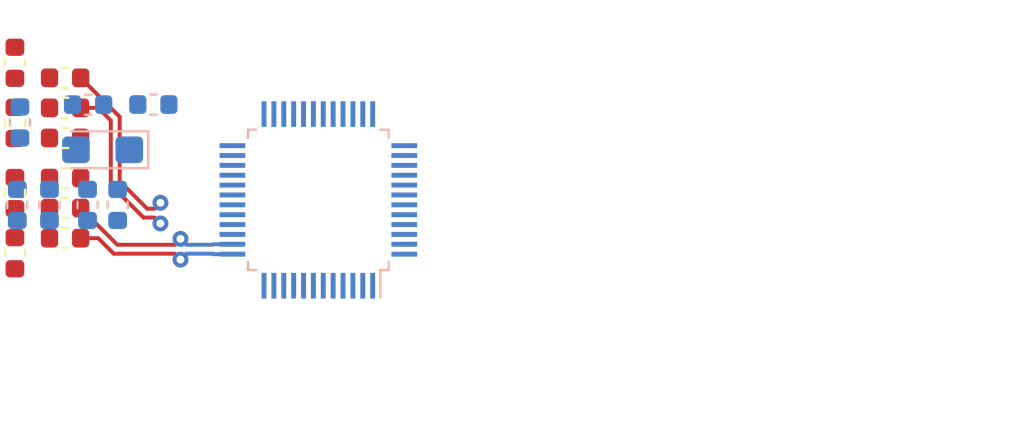
<source format=kicad_pcb>
(kicad_pcb (version 20171130) (host pcbnew "(6.0.0-rc1-dev-1130-g8c1ebc431)")

  (general
    (thickness 1.6)
    (drawings 12)
    (tracks 142)
    (zones 0)
    (modules 19)
    (nets 59)
  )

  (page A4)
  (layers
    (0 F.Cu signal)
    (1 Power signal hide)
    (2 GND signal hide)
    (31 B.Cu signal)
    (32 B.Adhes user)
    (33 F.Adhes user)
    (34 B.Paste user hide)
    (35 F.Paste user hide)
    (36 B.SilkS user)
    (37 F.SilkS user)
    (38 B.Mask user)
    (39 F.Mask user hide)
    (40 Dwgs.User user)
    (41 Cmts.User user)
    (42 Eco1.User user)
    (43 Eco2.User user)
    (44 Edge.Cuts user)
    (45 Margin user)
    (46 B.CrtYd user)
    (47 F.CrtYd user)
    (48 B.Fab user hide)
    (49 F.Fab user hide)
  )

  (setup
    (last_trace_width 0.25)
    (user_trace_width 0.16)
    (user_trace_width 0.21)
    (user_trace_width 0.3)
    (user_trace_width 0.4)
    (user_trace_width 0.8)
    (trace_clearance 0.2)
    (zone_clearance 0.508)
    (zone_45_only no)
    (trace_min 0.1524)
    (via_size 0.8)
    (via_drill 0.4)
    (via_min_size 0.508)
    (via_min_drill 0.3)
    (uvia_size 0.3)
    (uvia_drill 0.1)
    (uvias_allowed no)
    (uvia_min_size 0.2)
    (uvia_min_drill 0.1)
    (edge_width 0.15)
    (segment_width 0.2)
    (pcb_text_width 0.3)
    (pcb_text_size 1.5 1.5)
    (mod_edge_width 0.15)
    (mod_text_size 1 1)
    (mod_text_width 0.15)
    (pad_size 1.7 1.7)
    (pad_drill 1)
    (pad_to_mask_clearance 0.16)
    (solder_mask_min_width 0.25)
    (aux_axis_origin 0 0)
    (grid_origin 13.97 5.08)
    (visible_elements FEFFF77F)
    (pcbplotparams
      (layerselection 0x010fc_ffffffff)
      (usegerberextensions false)
      (usegerberattributes false)
      (usegerberadvancedattributes false)
      (creategerberjobfile true)
      (excludeedgelayer true)
      (linewidth 0.100000)
      (plotframeref false)
      (viasonmask false)
      (mode 1)
      (useauxorigin false)
      (hpglpennumber 1)
      (hpglpenspeed 20)
      (hpglpendiameter 15.000000)
      (psnegative false)
      (psa4output false)
      (plotreference true)
      (plotvalue true)
      (plotinvisibletext false)
      (padsonsilk false)
      (subtractmaskfromsilk false)
      (outputformat 1)
      (mirror false)
      (drillshape 0)
      (scaleselection 1)
      (outputdirectory "gerber"))
  )

  (net 0 "")
  (net 1 GND)
  (net 2 +3V3)
  (net 3 "Net-(R40-Pad1)")
  (net 4 /ETH_RMII_CRS_DV)
  (net 5 "Net-(D7-Pad1)")
  (net 6 "Net-(D8-Pad1)")
  (net 7 "Net-(D9-Pad1)")
  (net 8 "Net-(R44-Pad2)")
  (net 9 "Net-(R52-Pad2)")
  (net 10 "Net-(R53-Pad1)")
  (net 11 "Net-(R53-Pad2)")
  (net 12 "Net-(R54-Pad2)")
  (net 13 /ETH_RMII_TX_EN)
  (net 14 /ETH_RMII_TXD0)
  (net 15 /ETH_RESET)
  (net 16 /ETH_MDIO)
  (net 17 /ETH_MDC)
  (net 18 /ETH_RMII_RXD0)
  (net 19 /ETH_RMII_RXD1)
  (net 20 /ETH_RMII_REF_CLK)
  (net 21 /ETH_RMII_TXD1)
  (net 22 "Net-(SJ5-Pad2)")
  (net 23 SYS_TX)
  (net 24 SYS_RX)
  (net 25 H1.47)
  (net 26 H1.49)
  (net 27 H1.51)
  (net 28 IO_PWM6)
  (net 29 IO_PWM4)
  (net 30 IO_PWM2)
  (net 31 ETH_RD-)
  (net 32 H2.19)
  (net 33 H2.17)
  (net 34 H2.6)
  (net 35 H2.5)
  (net 36 H2.4)
  (net 37 H2.1)
  (net 38 "Net-(U10-Pad1)")
  (net 39 "Net-(U10-Pad5)")
  (net 40 "Net-(U10-Pad6)")
  (net 41 "Net-(U10-Pad7)")
  (net 42 "Net-(C22-Pad1)")
  (net 43 "Net-(C21-Pad1)")
  (net 44 "Net-(U10-Pad33)")
  (net 45 "Net-(C20-Pad1)")
  (net 46 "Net-(U10-Pad38)")
  (net 47 "Net-(U10-Pad41)")
  (net 48 "Net-(U10-Pad42)")
  (net 49 "Net-(U10-Pad45)")
  (net 50 "Net-(U10-Pad46)")
  (net 51 /PAIR2_TD+)
  (net 52 /PAIR1_TD+)
  (net 53 /PAIR1_TD-)
  (net 54 /PAIR2_TD-)
  (net 55 /PAIR2_RD+)
  (net 56 /PAIR1_RD+)
  (net 57 /PAIR1_RD-)
  (net 58 /PAIR2_RD-)

  (net_class Default "This is the default net class."
    (clearance 0.2)
    (trace_width 0.25)
    (via_dia 0.8)
    (via_drill 0.4)
    (uvia_dia 0.3)
    (uvia_drill 0.1)
    (add_net +3V3)
    (add_net /ETH_MDC)
    (add_net /ETH_MDIO)
    (add_net /ETH_RESET)
    (add_net /ETH_RMII_CRS_DV)
    (add_net /ETH_RMII_REF_CLK)
    (add_net /ETH_RMII_RXD0)
    (add_net /ETH_RMII_RXD1)
    (add_net /ETH_RMII_TXD0)
    (add_net /ETH_RMII_TXD1)
    (add_net /ETH_RMII_TX_EN)
    (add_net /PAIR1_RD+)
    (add_net /PAIR1_RD-)
    (add_net /PAIR1_TD+)
    (add_net /PAIR1_TD-)
    (add_net /PAIR2_RD+)
    (add_net /PAIR2_RD-)
    (add_net /PAIR2_TD+)
    (add_net /PAIR2_TD-)
    (add_net ETH_RD-)
    (add_net GND)
    (add_net H1.47)
    (add_net H1.49)
    (add_net H1.51)
    (add_net H2.1)
    (add_net H2.17)
    (add_net H2.19)
    (add_net H2.4)
    (add_net H2.5)
    (add_net H2.6)
    (add_net IO_PWM2)
    (add_net IO_PWM4)
    (add_net IO_PWM6)
    (add_net "Net-(C20-Pad1)")
    (add_net "Net-(C21-Pad1)")
    (add_net "Net-(C22-Pad1)")
    (add_net "Net-(D7-Pad1)")
    (add_net "Net-(D8-Pad1)")
    (add_net "Net-(D9-Pad1)")
    (add_net "Net-(R40-Pad1)")
    (add_net "Net-(R44-Pad2)")
    (add_net "Net-(R52-Pad2)")
    (add_net "Net-(R53-Pad1)")
    (add_net "Net-(R53-Pad2)")
    (add_net "Net-(R54-Pad2)")
    (add_net "Net-(SJ5-Pad2)")
    (add_net "Net-(U10-Pad1)")
    (add_net "Net-(U10-Pad33)")
    (add_net "Net-(U10-Pad38)")
    (add_net "Net-(U10-Pad41)")
    (add_net "Net-(U10-Pad42)")
    (add_net "Net-(U10-Pad45)")
    (add_net "Net-(U10-Pad46)")
    (add_net "Net-(U10-Pad5)")
    (add_net "Net-(U10-Pad6)")
    (add_net "Net-(U10-Pad7)")
    (add_net SYS_RX)
    (add_net SYS_TX)
  )

  (net_class "Thin trace" ""
    (clearance 0.2)
    (trace_width 0.21)
    (via_dia 0.8)
    (via_drill 0.4)
    (uvia_dia 0.3)
    (uvia_drill 0.1)
  )

  (net_class "Very thin trace" ""
    (clearance 0.2)
    (trace_width 0.16)
    (via_dia 0.8)
    (via_drill 0.4)
    (uvia_dia 0.3)
    (uvia_drill 0.1)
  )

  (module Resistor_SMD:R_0603_1608Metric (layer B.Cu) (tedit 5B301BBD) (tstamp 5BAECF30)
    (at 59.406694 42.763637 90)
    (descr "Resistor SMD 0603 (1608 Metric), square (rectangular) end terminal, IPC_7351 nominal, (Body size source: http://www.tortai-tech.com/upload/download/2011102023233369053.pdf), generated with kicad-footprint-generator")
    (tags resistor)
    (path /5C16727C)
    (attr smd)
    (fp_text reference R44 (at 0 1.43 90) (layer B.SilkS) hide
      (effects (font (size 1 1) (thickness 0.15)) (justify mirror))
    )
    (fp_text value 2K2 (at 0 -1.43 90) (layer B.Fab)
      (effects (font (size 1 1) (thickness 0.15)) (justify mirror))
    )
    (fp_line (start -0.8 -0.4) (end -0.8 0.4) (layer B.Fab) (width 0.1))
    (fp_line (start -0.8 0.4) (end 0.8 0.4) (layer B.Fab) (width 0.1))
    (fp_line (start 0.8 0.4) (end 0.8 -0.4) (layer B.Fab) (width 0.1))
    (fp_line (start 0.8 -0.4) (end -0.8 -0.4) (layer B.Fab) (width 0.1))
    (fp_line (start -0.162779 0.51) (end 0.162779 0.51) (layer B.SilkS) (width 0.12))
    (fp_line (start -0.162779 -0.51) (end 0.162779 -0.51) (layer B.SilkS) (width 0.12))
    (fp_line (start -1.48 -0.73) (end -1.48 0.73) (layer B.CrtYd) (width 0.05))
    (fp_line (start -1.48 0.73) (end 1.48 0.73) (layer B.CrtYd) (width 0.05))
    (fp_line (start 1.48 0.73) (end 1.48 -0.73) (layer B.CrtYd) (width 0.05))
    (fp_line (start 1.48 -0.73) (end -1.48 -0.73) (layer B.CrtYd) (width 0.05))
    (fp_text user %R (at 0 0 90) (layer B.Fab) hide
      (effects (font (size 0.4 0.4) (thickness 0.06)) (justify mirror))
    )
    (pad 1 smd roundrect (at -0.7875 0 90) (size 0.875 0.95) (layers B.Cu B.Paste B.Mask) (roundrect_rratio 0.25)
      (net 2 +3V3))
    (pad 2 smd roundrect (at 0.7875 0 90) (size 0.875 0.95) (layers B.Cu B.Paste B.Mask) (roundrect_rratio 0.25)
      (net 8 "Net-(R44-Pad2)"))
    (model ${KISYS3DMOD}/Resistor_SMD.3dshapes/R_0603_1608Metric.wrl
      (at (xyz 0 0 0))
      (scale (xyz 1 1 1))
      (rotate (xyz 0 0 0))
    )
  )

  (module Resistor_SMD:R_0603_1608Metric (layer F.Cu) (tedit 5B301BBD) (tstamp 5BD2FC9C)
    (at 57.658 35.56 270)
    (descr "Resistor SMD 0603 (1608 Metric), square (rectangular) end terminal, IPC_7351 nominal, (Body size source: http://www.tortai-tech.com/upload/download/2011102023233369053.pdf), generated with kicad-footprint-generator")
    (tags resistor)
    (path /5CAFCE86)
    (attr smd)
    (fp_text reference R45 (at 0 -1.43 270) (layer F.SilkS) hide
      (effects (font (size 1 1) (thickness 0.15)))
    )
    (fp_text value 50R (at 0 1.43 270) (layer F.Fab)
      (effects (font (size 1 1) (thickness 0.15)))
    )
    (fp_line (start -0.8 0.4) (end -0.8 -0.4) (layer F.Fab) (width 0.1))
    (fp_line (start -0.8 -0.4) (end 0.8 -0.4) (layer F.Fab) (width 0.1))
    (fp_line (start 0.8 -0.4) (end 0.8 0.4) (layer F.Fab) (width 0.1))
    (fp_line (start 0.8 0.4) (end -0.8 0.4) (layer F.Fab) (width 0.1))
    (fp_line (start -0.162779 -0.51) (end 0.162779 -0.51) (layer F.SilkS) (width 0.12))
    (fp_line (start -0.162779 0.51) (end 0.162779 0.51) (layer F.SilkS) (width 0.12))
    (fp_line (start -1.48 0.73) (end -1.48 -0.73) (layer F.CrtYd) (width 0.05))
    (fp_line (start -1.48 -0.73) (end 1.48 -0.73) (layer F.CrtYd) (width 0.05))
    (fp_line (start 1.48 -0.73) (end 1.48 0.73) (layer F.CrtYd) (width 0.05))
    (fp_line (start 1.48 0.73) (end -1.48 0.73) (layer F.CrtYd) (width 0.05))
    (fp_text user %R (at 0 0 270) (layer F.Fab) hide
      (effects (font (size 0.4 0.4) (thickness 0.06)))
    )
    (pad 1 smd roundrect (at -0.7875 0 270) (size 0.875 0.95) (layers F.Cu F.Paste F.Mask) (roundrect_rratio 0.25)
      (net 2 +3V3))
    (pad 2 smd roundrect (at 0.7875 0 270) (size 0.875 0.95) (layers F.Cu F.Paste F.Mask) (roundrect_rratio 0.25)
      (net 51 /PAIR2_TD+))
    (model ${KISYS3DMOD}/Resistor_SMD.3dshapes/R_0603_1608Metric.wrl
      (at (xyz 0 0 0))
      (scale (xyz 1 1 1))
      (rotate (xyz 0 0 0))
    )
  )

  (module Resistor_SMD:R_0603_1608Metric (layer F.Cu) (tedit 5B301BBD) (tstamp 5BD2FCAD)
    (at 57.658 45.212 270)
    (descr "Resistor SMD 0603 (1608 Metric), square (rectangular) end terminal, IPC_7351 nominal, (Body size source: http://www.tortai-tech.com/upload/download/2011102023233369053.pdf), generated with kicad-footprint-generator")
    (tags resistor)
    (path /5D045886)
    (attr smd)
    (fp_text reference R46 (at 0 -1.43 270) (layer F.SilkS) hide
      (effects (font (size 1 1) (thickness 0.15)))
    )
    (fp_text value 50R (at 0 1.43 270) (layer F.Fab)
      (effects (font (size 1 1) (thickness 0.15)))
    )
    (fp_line (start -0.8 0.4) (end -0.8 -0.4) (layer F.Fab) (width 0.1))
    (fp_line (start -0.8 -0.4) (end 0.8 -0.4) (layer F.Fab) (width 0.1))
    (fp_line (start 0.8 -0.4) (end 0.8 0.4) (layer F.Fab) (width 0.1))
    (fp_line (start 0.8 0.4) (end -0.8 0.4) (layer F.Fab) (width 0.1))
    (fp_line (start -0.162779 -0.51) (end 0.162779 -0.51) (layer F.SilkS) (width 0.12))
    (fp_line (start -0.162779 0.51) (end 0.162779 0.51) (layer F.SilkS) (width 0.12))
    (fp_line (start -1.48 0.73) (end -1.48 -0.73) (layer F.CrtYd) (width 0.05))
    (fp_line (start -1.48 -0.73) (end 1.48 -0.73) (layer F.CrtYd) (width 0.05))
    (fp_line (start 1.48 -0.73) (end 1.48 0.73) (layer F.CrtYd) (width 0.05))
    (fp_line (start 1.48 0.73) (end -1.48 0.73) (layer F.CrtYd) (width 0.05))
    (fp_text user %R (at 0 0 270) (layer F.Fab) hide
      (effects (font (size 0.4 0.4) (thickness 0.06)))
    )
    (pad 1 smd roundrect (at -0.7875 0 270) (size 0.875 0.95) (layers F.Cu F.Paste F.Mask) (roundrect_rratio 0.25)
      (net 58 /PAIR2_RD-))
    (pad 2 smd roundrect (at 0.7875 0 270) (size 0.875 0.95) (layers F.Cu F.Paste F.Mask) (roundrect_rratio 0.25)
      (net 2 +3V3))
    (model ${KISYS3DMOD}/Resistor_SMD.3dshapes/R_0603_1608Metric.wrl
      (at (xyz 0 0 0))
      (scale (xyz 1 1 1))
      (rotate (xyz 0 0 0))
    )
  )

  (module Resistor_SMD:R_0603_1608Metric (layer F.Cu) (tedit 5B301BBD) (tstamp 5BD2FCCF)
    (at 57.658 38.608 90)
    (descr "Resistor SMD 0603 (1608 Metric), square (rectangular) end terminal, IPC_7351 nominal, (Body size source: http://www.tortai-tech.com/upload/download/2011102023233369053.pdf), generated with kicad-footprint-generator")
    (tags resistor)
    (path /5CEEC5A9)
    (attr smd)
    (fp_text reference R48 (at 0 -1.43 90) (layer F.SilkS) hide
      (effects (font (size 1 1) (thickness 0.15)))
    )
    (fp_text value 50R (at 0 1.43 90) (layer F.Fab)
      (effects (font (size 1 1) (thickness 0.15)))
    )
    (fp_text user %R (at 0 0 90) (layer F.Fab) hide
      (effects (font (size 0.4 0.4) (thickness 0.06)))
    )
    (fp_line (start 1.48 0.73) (end -1.48 0.73) (layer F.CrtYd) (width 0.05))
    (fp_line (start 1.48 -0.73) (end 1.48 0.73) (layer F.CrtYd) (width 0.05))
    (fp_line (start -1.48 -0.73) (end 1.48 -0.73) (layer F.CrtYd) (width 0.05))
    (fp_line (start -1.48 0.73) (end -1.48 -0.73) (layer F.CrtYd) (width 0.05))
    (fp_line (start -0.162779 0.51) (end 0.162779 0.51) (layer F.SilkS) (width 0.12))
    (fp_line (start -0.162779 -0.51) (end 0.162779 -0.51) (layer F.SilkS) (width 0.12))
    (fp_line (start 0.8 0.4) (end -0.8 0.4) (layer F.Fab) (width 0.1))
    (fp_line (start 0.8 -0.4) (end 0.8 0.4) (layer F.Fab) (width 0.1))
    (fp_line (start -0.8 -0.4) (end 0.8 -0.4) (layer F.Fab) (width 0.1))
    (fp_line (start -0.8 0.4) (end -0.8 -0.4) (layer F.Fab) (width 0.1))
    (pad 2 smd roundrect (at 0.7875 0 90) (size 0.875 0.95) (layers F.Cu F.Paste F.Mask) (roundrect_rratio 0.25)
      (net 54 /PAIR2_TD-))
    (pad 1 smd roundrect (at -0.7875 0 90) (size 0.875 0.95) (layers F.Cu F.Paste F.Mask) (roundrect_rratio 0.25)
      (net 2 +3V3))
    (model ${KISYS3DMOD}/Resistor_SMD.3dshapes/R_0603_1608Metric.wrl
      (at (xyz 0 0 0))
      (scale (xyz 1 1 1))
      (rotate (xyz 0 0 0))
    )
  )

  (module Resistor_SMD:R_0603_1608Metric (layer F.Cu) (tedit 5B301BBD) (tstamp 5BD2FCE0)
    (at 57.658 42.164 90)
    (descr "Resistor SMD 0603 (1608 Metric), square (rectangular) end terminal, IPC_7351 nominal, (Body size source: http://www.tortai-tech.com/upload/download/2011102023233369053.pdf), generated with kicad-footprint-generator")
    (tags resistor)
    (path /5D04588C)
    (attr smd)
    (fp_text reference R49 (at 0 -1.43 90) (layer F.SilkS) hide
      (effects (font (size 1 1) (thickness 0.15)))
    )
    (fp_text value 50R (at 0 1.43 90) (layer F.Fab)
      (effects (font (size 1 1) (thickness 0.15)))
    )
    (fp_text user %R (at 0 0 90) (layer F.Fab) hide
      (effects (font (size 0.4 0.4) (thickness 0.06)))
    )
    (fp_line (start 1.48 0.73) (end -1.48 0.73) (layer F.CrtYd) (width 0.05))
    (fp_line (start 1.48 -0.73) (end 1.48 0.73) (layer F.CrtYd) (width 0.05))
    (fp_line (start -1.48 -0.73) (end 1.48 -0.73) (layer F.CrtYd) (width 0.05))
    (fp_line (start -1.48 0.73) (end -1.48 -0.73) (layer F.CrtYd) (width 0.05))
    (fp_line (start -0.162779 0.51) (end 0.162779 0.51) (layer F.SilkS) (width 0.12))
    (fp_line (start -0.162779 -0.51) (end 0.162779 -0.51) (layer F.SilkS) (width 0.12))
    (fp_line (start 0.8 0.4) (end -0.8 0.4) (layer F.Fab) (width 0.1))
    (fp_line (start 0.8 -0.4) (end 0.8 0.4) (layer F.Fab) (width 0.1))
    (fp_line (start -0.8 -0.4) (end 0.8 -0.4) (layer F.Fab) (width 0.1))
    (fp_line (start -0.8 0.4) (end -0.8 -0.4) (layer F.Fab) (width 0.1))
    (pad 2 smd roundrect (at 0.7875 0 90) (size 0.875 0.95) (layers F.Cu F.Paste F.Mask) (roundrect_rratio 0.25)
      (net 2 +3V3))
    (pad 1 smd roundrect (at -0.7875 0 90) (size 0.875 0.95) (layers F.Cu F.Paste F.Mask) (roundrect_rratio 0.25)
      (net 55 /PAIR2_RD+))
    (model ${KISYS3DMOD}/Resistor_SMD.3dshapes/R_0603_1608Metric.wrl
      (at (xyz 0 0 0))
      (scale (xyz 1 1 1))
      (rotate (xyz 0 0 0))
    )
  )

  (module Resistor_SMD:R_0603_1608Metric (layer B.Cu) (tedit 5B301BBD) (tstamp 5BD2FD13)
    (at 57.77936 42.763637 90)
    (descr "Resistor SMD 0603 (1608 Metric), square (rectangular) end terminal, IPC_7351 nominal, (Body size source: http://www.tortai-tech.com/upload/download/2011102023233369053.pdf), generated with kicad-footprint-generator")
    (tags resistor)
    (path /5C1674BE)
    (attr smd)
    (fp_text reference R52 (at 0 1.43 90) (layer B.SilkS) hide
      (effects (font (size 1 1) (thickness 0.15)) (justify mirror))
    )
    (fp_text value 2K2 (at 0 -1.43 90) (layer B.Fab)
      (effects (font (size 1 1) (thickness 0.15)) (justify mirror))
    )
    (fp_text user %R (at 0 0 90) (layer B.Fab) hide
      (effects (font (size 0.4 0.4) (thickness 0.06)) (justify mirror))
    )
    (fp_line (start 1.48 -0.73) (end -1.48 -0.73) (layer B.CrtYd) (width 0.05))
    (fp_line (start 1.48 0.73) (end 1.48 -0.73) (layer B.CrtYd) (width 0.05))
    (fp_line (start -1.48 0.73) (end 1.48 0.73) (layer B.CrtYd) (width 0.05))
    (fp_line (start -1.48 -0.73) (end -1.48 0.73) (layer B.CrtYd) (width 0.05))
    (fp_line (start -0.162779 -0.51) (end 0.162779 -0.51) (layer B.SilkS) (width 0.12))
    (fp_line (start -0.162779 0.51) (end 0.162779 0.51) (layer B.SilkS) (width 0.12))
    (fp_line (start 0.8 -0.4) (end -0.8 -0.4) (layer B.Fab) (width 0.1))
    (fp_line (start 0.8 0.4) (end 0.8 -0.4) (layer B.Fab) (width 0.1))
    (fp_line (start -0.8 0.4) (end 0.8 0.4) (layer B.Fab) (width 0.1))
    (fp_line (start -0.8 -0.4) (end -0.8 0.4) (layer B.Fab) (width 0.1))
    (pad 2 smd roundrect (at 0.7875 0 90) (size 0.875 0.95) (layers B.Cu B.Paste B.Mask) (roundrect_rratio 0.25)
      (net 9 "Net-(R52-Pad2)"))
    (pad 1 smd roundrect (at -0.7875 0 90) (size 0.875 0.95) (layers B.Cu B.Paste B.Mask) (roundrect_rratio 0.25)
      (net 2 +3V3))
    (model ${KISYS3DMOD}/Resistor_SMD.3dshapes/R_0603_1608Metric.wrl
      (at (xyz 0 0 0))
      (scale (xyz 1 1 1))
      (rotate (xyz 0 0 0))
    )
  )

  (module Resistor_SMD:R_0603_1608Metric (layer B.Cu) (tedit 5B301BBD) (tstamp 5BD2FD24)
    (at 64.666915 37.676188 180)
    (descr "Resistor SMD 0603 (1608 Metric), square (rectangular) end terminal, IPC_7351 nominal, (Body size source: http://www.tortai-tech.com/upload/download/2011102023233369053.pdf), generated with kicad-footprint-generator")
    (tags resistor)
    (path /5C2ED4B5)
    (attr smd)
    (fp_text reference R53 (at 0 1.43 180) (layer B.SilkS) hide
      (effects (font (size 1 1) (thickness 0.15)) (justify mirror))
    )
    (fp_text value 4K7 (at 0 -1.43 180) (layer B.Fab)
      (effects (font (size 1 1) (thickness 0.15)) (justify mirror))
    )
    (fp_line (start -0.8 -0.4) (end -0.8 0.4) (layer B.Fab) (width 0.1))
    (fp_line (start -0.8 0.4) (end 0.8 0.4) (layer B.Fab) (width 0.1))
    (fp_line (start 0.8 0.4) (end 0.8 -0.4) (layer B.Fab) (width 0.1))
    (fp_line (start 0.8 -0.4) (end -0.8 -0.4) (layer B.Fab) (width 0.1))
    (fp_line (start -0.162779 0.51) (end 0.162779 0.51) (layer B.SilkS) (width 0.12))
    (fp_line (start -0.162779 -0.51) (end 0.162779 -0.51) (layer B.SilkS) (width 0.12))
    (fp_line (start -1.48 -0.73) (end -1.48 0.73) (layer B.CrtYd) (width 0.05))
    (fp_line (start -1.48 0.73) (end 1.48 0.73) (layer B.CrtYd) (width 0.05))
    (fp_line (start 1.48 0.73) (end 1.48 -0.73) (layer B.CrtYd) (width 0.05))
    (fp_line (start 1.48 -0.73) (end -1.48 -0.73) (layer B.CrtYd) (width 0.05))
    (fp_text user %R (at 0 0 180) (layer B.Fab) hide
      (effects (font (size 0.4 0.4) (thickness 0.06)) (justify mirror))
    )
    (pad 1 smd roundrect (at -0.7875 0 180) (size 0.875 0.95) (layers B.Cu B.Paste B.Mask) (roundrect_rratio 0.25)
      (net 10 "Net-(R53-Pad1)"))
    (pad 2 smd roundrect (at 0.7875 0 180) (size 0.875 0.95) (layers B.Cu B.Paste B.Mask) (roundrect_rratio 0.25)
      (net 11 "Net-(R53-Pad2)"))
    (model ${KISYS3DMOD}/Resistor_SMD.3dshapes/R_0603_1608Metric.wrl
      (at (xyz 0 0 0))
      (scale (xyz 1 1 1))
      (rotate (xyz 0 0 0))
    )
  )

  (module Resistor_SMD:R_0603_1608Metric (layer B.Cu) (tedit 5B301BBD) (tstamp 5BD2FD35)
    (at 61.364915 37.683637 180)
    (descr "Resistor SMD 0603 (1608 Metric), square (rectangular) end terminal, IPC_7351 nominal, (Body size source: http://www.tortai-tech.com/upload/download/2011102023233369053.pdf), generated with kicad-footprint-generator")
    (tags resistor)
    (path /5C2ED5E7)
    (attr smd)
    (fp_text reference R54 (at 0 1.43 180) (layer B.SilkS) hide
      (effects (font (size 1 1) (thickness 0.15)) (justify mirror))
    )
    (fp_text value 150R (at 0 -1.43 180) (layer B.Fab)
      (effects (font (size 1 1) (thickness 0.15)) (justify mirror))
    )
    (fp_text user %R (at 0 0 180) (layer B.Fab) hide
      (effects (font (size 0.4 0.4) (thickness 0.06)) (justify mirror))
    )
    (fp_line (start 1.48 -0.73) (end -1.48 -0.73) (layer B.CrtYd) (width 0.05))
    (fp_line (start 1.48 0.73) (end 1.48 -0.73) (layer B.CrtYd) (width 0.05))
    (fp_line (start -1.48 0.73) (end 1.48 0.73) (layer B.CrtYd) (width 0.05))
    (fp_line (start -1.48 -0.73) (end -1.48 0.73) (layer B.CrtYd) (width 0.05))
    (fp_line (start -0.162779 -0.51) (end 0.162779 -0.51) (layer B.SilkS) (width 0.12))
    (fp_line (start -0.162779 0.51) (end 0.162779 0.51) (layer B.SilkS) (width 0.12))
    (fp_line (start 0.8 -0.4) (end -0.8 -0.4) (layer B.Fab) (width 0.1))
    (fp_line (start 0.8 0.4) (end 0.8 -0.4) (layer B.Fab) (width 0.1))
    (fp_line (start -0.8 0.4) (end 0.8 0.4) (layer B.Fab) (width 0.1))
    (fp_line (start -0.8 -0.4) (end -0.8 0.4) (layer B.Fab) (width 0.1))
    (pad 2 smd roundrect (at 0.7875 0 180) (size 0.875 0.95) (layers B.Cu B.Paste B.Mask) (roundrect_rratio 0.25)
      (net 12 "Net-(R54-Pad2)"))
    (pad 1 smd roundrect (at -0.7875 0 180) (size 0.875 0.95) (layers B.Cu B.Paste B.Mask) (roundrect_rratio 0.25)
      (net 11 "Net-(R53-Pad2)"))
    (model ${KISYS3DMOD}/Resistor_SMD.3dshapes/R_0603_1608Metric.wrl
      (at (xyz 0 0 0))
      (scale (xyz 1 1 1))
      (rotate (xyz 0 0 0))
    )
  )

  (module Resistor_SMD:R_0603_1608Metric (layer B.Cu) (tedit 5B301BBD) (tstamp 5BD2FD46)
    (at 57.912 38.5825 270)
    (descr "Resistor SMD 0603 (1608 Metric), square (rectangular) end terminal, IPC_7351 nominal, (Body size source: http://www.tortai-tech.com/upload/download/2011102023233369053.pdf), generated with kicad-footprint-generator")
    (tags resistor)
    (path /5C33BE66)
    (attr smd)
    (fp_text reference R55 (at 0 1.43 270) (layer B.SilkS) hide
      (effects (font (size 1 1) (thickness 0.15)) (justify mirror))
    )
    (fp_text value 18R (at 0 -1.43 270) (layer B.Fab)
      (effects (font (size 1 1) (thickness 0.15)) (justify mirror))
    )
    (fp_line (start -0.8 -0.4) (end -0.8 0.4) (layer B.Fab) (width 0.1))
    (fp_line (start -0.8 0.4) (end 0.8 0.4) (layer B.Fab) (width 0.1))
    (fp_line (start 0.8 0.4) (end 0.8 -0.4) (layer B.Fab) (width 0.1))
    (fp_line (start 0.8 -0.4) (end -0.8 -0.4) (layer B.Fab) (width 0.1))
    (fp_line (start -0.162779 0.51) (end 0.162779 0.51) (layer B.SilkS) (width 0.12))
    (fp_line (start -0.162779 -0.51) (end 0.162779 -0.51) (layer B.SilkS) (width 0.12))
    (fp_line (start -1.48 -0.73) (end -1.48 0.73) (layer B.CrtYd) (width 0.05))
    (fp_line (start -1.48 0.73) (end 1.48 0.73) (layer B.CrtYd) (width 0.05))
    (fp_line (start 1.48 0.73) (end 1.48 -0.73) (layer B.CrtYd) (width 0.05))
    (fp_line (start 1.48 -0.73) (end -1.48 -0.73) (layer B.CrtYd) (width 0.05))
    (fp_text user %R (at 0 0 270) (layer B.Fab) hide
      (effects (font (size 0.4 0.4) (thickness 0.06)) (justify mirror))
    )
    (pad 1 smd roundrect (at -0.7875 0 270) (size 0.875 0.95) (layers B.Cu B.Paste B.Mask) (roundrect_rratio 0.25)
      (net 12 "Net-(R54-Pad2)"))
    (pad 2 smd roundrect (at 0.7875 0 270) (size 0.875 0.95) (layers B.Cu B.Paste B.Mask) (roundrect_rratio 0.25)
      (net 1 GND))
    (model ${KISYS3DMOD}/Resistor_SMD.3dshapes/R_0603_1608Metric.wrl
      (at (xyz 0 0 0))
      (scale (xyz 1 1 1))
      (rotate (xyz 0 0 0))
    )
  )

  (module Capacitor_SMD:C_0603_1608Metric (layer B.Cu) (tedit 5B301BBE) (tstamp 5BD62E16)
    (at 61.33536 42.763637 270)
    (descr "Capacitor SMD 0603 (1608 Metric), square (rectangular) end terminal, IPC_7351 nominal, (Body size source: http://www.tortai-tech.com/upload/download/2011102023233369053.pdf), generated with kicad-footprint-generator")
    (tags capacitor)
    (path /5C6AB239)
    (attr smd)
    (fp_text reference C21 (at 0 1.43 270) (layer B.SilkS) hide
      (effects (font (size 1 1) (thickness 0.15)) (justify mirror))
    )
    (fp_text value 100n (at 0 -1.43 270) (layer B.Fab)
      (effects (font (size 1 1) (thickness 0.15)) (justify mirror))
    )
    (fp_line (start -0.8 -0.4) (end -0.8 0.4) (layer B.Fab) (width 0.1))
    (fp_line (start -0.8 0.4) (end 0.8 0.4) (layer B.Fab) (width 0.1))
    (fp_line (start 0.8 0.4) (end 0.8 -0.4) (layer B.Fab) (width 0.1))
    (fp_line (start 0.8 -0.4) (end -0.8 -0.4) (layer B.Fab) (width 0.1))
    (fp_line (start -0.162779 0.51) (end 0.162779 0.51) (layer B.SilkS) (width 0.12))
    (fp_line (start -0.162779 -0.51) (end 0.162779 -0.51) (layer B.SilkS) (width 0.12))
    (fp_line (start -1.48 -0.73) (end -1.48 0.73) (layer B.CrtYd) (width 0.05))
    (fp_line (start -1.48 0.73) (end 1.48 0.73) (layer B.CrtYd) (width 0.05))
    (fp_line (start 1.48 0.73) (end 1.48 -0.73) (layer B.CrtYd) (width 0.05))
    (fp_line (start 1.48 -0.73) (end -1.48 -0.73) (layer B.CrtYd) (width 0.05))
    (fp_text user %R (at 0 0 270) (layer B.Fab) hide
      (effects (font (size 0.4 0.4) (thickness 0.06)) (justify mirror))
    )
    (pad 1 smd roundrect (at -0.7875 0 270) (size 0.875 0.95) (layers B.Cu B.Paste B.Mask) (roundrect_rratio 0.25)
      (net 43 "Net-(C21-Pad1)"))
    (pad 2 smd roundrect (at 0.7875 0 270) (size 0.875 0.95) (layers B.Cu B.Paste B.Mask) (roundrect_rratio 0.25)
      (net 1 GND))
    (model ${KISYS3DMOD}/Capacitor_SMD.3dshapes/C_0603_1608Metric.wrl
      (at (xyz 0 0 0))
      (scale (xyz 1 1 1))
      (rotate (xyz 0 0 0))
    )
  )

  (module Capacitor_SMD:C_0603_1608Metric (layer B.Cu) (tedit 5B301BBE) (tstamp 5BD62E27)
    (at 62.85936 42.763637 270)
    (descr "Capacitor SMD 0603 (1608 Metric), square (rectangular) end terminal, IPC_7351 nominal, (Body size source: http://www.tortai-tech.com/upload/download/2011102023233369053.pdf), generated with kicad-footprint-generator")
    (tags capacitor)
    (path /5C6FADB5)
    (attr smd)
    (fp_text reference C22 (at 0 1.43 270) (layer B.SilkS) hide
      (effects (font (size 1 1) (thickness 0.15)) (justify mirror))
    )
    (fp_text value 100n (at 0 -1.43 270) (layer B.Fab)
      (effects (font (size 1 1) (thickness 0.15)) (justify mirror))
    )
    (fp_line (start -0.8 -0.4) (end -0.8 0.4) (layer B.Fab) (width 0.1))
    (fp_line (start -0.8 0.4) (end 0.8 0.4) (layer B.Fab) (width 0.1))
    (fp_line (start 0.8 0.4) (end 0.8 -0.4) (layer B.Fab) (width 0.1))
    (fp_line (start 0.8 -0.4) (end -0.8 -0.4) (layer B.Fab) (width 0.1))
    (fp_line (start -0.162779 0.51) (end 0.162779 0.51) (layer B.SilkS) (width 0.12))
    (fp_line (start -0.162779 -0.51) (end 0.162779 -0.51) (layer B.SilkS) (width 0.12))
    (fp_line (start -1.48 -0.73) (end -1.48 0.73) (layer B.CrtYd) (width 0.05))
    (fp_line (start -1.48 0.73) (end 1.48 0.73) (layer B.CrtYd) (width 0.05))
    (fp_line (start 1.48 0.73) (end 1.48 -0.73) (layer B.CrtYd) (width 0.05))
    (fp_line (start 1.48 -0.73) (end -1.48 -0.73) (layer B.CrtYd) (width 0.05))
    (fp_text user %R (at 0 0 270) (layer B.Fab) hide
      (effects (font (size 0.4 0.4) (thickness 0.06)) (justify mirror))
    )
    (pad 1 smd roundrect (at -0.7875 0 270) (size 0.875 0.95) (layers B.Cu B.Paste B.Mask) (roundrect_rratio 0.25)
      (net 42 "Net-(C22-Pad1)"))
    (pad 2 smd roundrect (at 0.7875 0 270) (size 0.875 0.95) (layers B.Cu B.Paste B.Mask) (roundrect_rratio 0.25)
      (net 1 GND))
    (model ${KISYS3DMOD}/Capacitor_SMD.3dshapes/C_0603_1608Metric.wrl
      (at (xyz 0 0 0))
      (scale (xyz 1 1 1))
      (rotate (xyz 0 0 0))
    )
  )

  (module Capacitor_Tantalum_SMD:CP_EIA-3216-18_Kemet-A (layer B.Cu) (tedit 5B301BBE) (tstamp 5BD62E3A)
    (at 62.09736 39.969637 180)
    (descr "Tantalum Capacitor SMD Kemet-A (3216-18 Metric), IPC_7351 nominal, (Body size from: http://www.kemet.com/Lists/ProductCatalog/Attachments/253/KEM_TC101_STD.pdf), generated with kicad-footprint-generator")
    (tags "capacitor tantalum")
    (path /5C7EA857)
    (attr smd)
    (fp_text reference C23 (at 0 1.75 180) (layer B.SilkS) hide
      (effects (font (size 1 1) (thickness 0.15)) (justify mirror))
    )
    (fp_text value 10µF (at 0 -1.75 180) (layer B.Fab)
      (effects (font (size 1 1) (thickness 0.15)) (justify mirror))
    )
    (fp_line (start 1.6 0.8) (end -1.2 0.8) (layer B.Fab) (width 0.1))
    (fp_line (start -1.2 0.8) (end -1.6 0.4) (layer B.Fab) (width 0.1))
    (fp_line (start -1.6 0.4) (end -1.6 -0.8) (layer B.Fab) (width 0.1))
    (fp_line (start -1.6 -0.8) (end 1.6 -0.8) (layer B.Fab) (width 0.1))
    (fp_line (start 1.6 -0.8) (end 1.6 0.8) (layer B.Fab) (width 0.1))
    (fp_line (start 1.6 0.935) (end -2.31 0.935) (layer B.SilkS) (width 0.12))
    (fp_line (start -2.31 0.935) (end -2.31 -0.935) (layer B.SilkS) (width 0.12))
    (fp_line (start -2.31 -0.935) (end 1.6 -0.935) (layer B.SilkS) (width 0.12))
    (fp_line (start -2.3 -1.05) (end -2.3 1.05) (layer B.CrtYd) (width 0.05))
    (fp_line (start -2.3 1.05) (end 2.3 1.05) (layer B.CrtYd) (width 0.05))
    (fp_line (start 2.3 1.05) (end 2.3 -1.05) (layer B.CrtYd) (width 0.05))
    (fp_line (start 2.3 -1.05) (end -2.3 -1.05) (layer B.CrtYd) (width 0.05))
    (fp_text user %R (at 0 0 180) (layer B.Fab) hide
      (effects (font (size 0.8 0.8) (thickness 0.12)) (justify mirror))
    )
    (pad 1 smd roundrect (at -1.35 0 180) (size 1.4 1.35) (layers B.Cu B.Paste B.Mask) (roundrect_rratio 0.185185)
      (net 43 "Net-(C21-Pad1)"))
    (pad 2 smd roundrect (at 1.35 0 180) (size 1.4 1.35) (layers B.Cu B.Paste B.Mask) (roundrect_rratio 0.185185)
      (net 1 GND))
    (model ${KISYS3DMOD}/Capacitor_Tantalum_SMD.3dshapes/CP_EIA-3216-18_Kemet-A.wrl
      (at (xyz 0 0 0))
      (scale (xyz 1 1 1))
      (rotate (xyz 0 0 0))
    )
  )

  (module Capacitor_SMD:C_0603_1608Metric (layer F.Cu) (tedit 5B301BBE) (tstamp 5BD62E4B)
    (at 60.198 36.322)
    (descr "Capacitor SMD 0603 (1608 Metric), square (rectangular) end terminal, IPC_7351 nominal, (Body size source: http://www.tortai-tech.com/upload/download/2011102023233369053.pdf), generated with kicad-footprint-generator")
    (tags capacitor)
    (path /5CBC3EFB)
    (attr smd)
    (fp_text reference C24 (at 0 -1.43) (layer F.SilkS) hide
      (effects (font (size 1 1) (thickness 0.15)))
    )
    (fp_text value 33nF (at 0 1.43) (layer F.Fab)
      (effects (font (size 1 1) (thickness 0.15)))
    )
    (fp_line (start -0.8 0.4) (end -0.8 -0.4) (layer F.Fab) (width 0.1))
    (fp_line (start -0.8 -0.4) (end 0.8 -0.4) (layer F.Fab) (width 0.1))
    (fp_line (start 0.8 -0.4) (end 0.8 0.4) (layer F.Fab) (width 0.1))
    (fp_line (start 0.8 0.4) (end -0.8 0.4) (layer F.Fab) (width 0.1))
    (fp_line (start -0.162779 -0.51) (end 0.162779 -0.51) (layer F.SilkS) (width 0.12))
    (fp_line (start -0.162779 0.51) (end 0.162779 0.51) (layer F.SilkS) (width 0.12))
    (fp_line (start -1.48 0.73) (end -1.48 -0.73) (layer F.CrtYd) (width 0.05))
    (fp_line (start -1.48 -0.73) (end 1.48 -0.73) (layer F.CrtYd) (width 0.05))
    (fp_line (start 1.48 -0.73) (end 1.48 0.73) (layer F.CrtYd) (width 0.05))
    (fp_line (start 1.48 0.73) (end -1.48 0.73) (layer F.CrtYd) (width 0.05))
    (fp_text user %R (at 0 0) (layer F.Fab) hide
      (effects (font (size 0.4 0.4) (thickness 0.06)))
    )
    (pad 1 smd roundrect (at -0.7875 0) (size 0.875 0.95) (layers F.Cu F.Paste F.Mask) (roundrect_rratio 0.25)
      (net 51 /PAIR2_TD+))
    (pad 2 smd roundrect (at 0.7875 0) (size 0.875 0.95) (layers F.Cu F.Paste F.Mask) (roundrect_rratio 0.25)
      (net 52 /PAIR1_TD+))
    (model ${KISYS3DMOD}/Capacitor_SMD.3dshapes/C_0603_1608Metric.wrl
      (at (xyz 0 0 0))
      (scale (xyz 1 1 1))
      (rotate (xyz 0 0 0))
    )
  )

  (module Capacitor_SMD:C_0603_1608Metric (layer F.Cu) (tedit 5B301BBE) (tstamp 5BD62E5C)
    (at 60.198 37.846)
    (descr "Capacitor SMD 0603 (1608 Metric), square (rectangular) end terminal, IPC_7351 nominal, (Body size source: http://www.tortai-tech.com/upload/download/2011102023233369053.pdf), generated with kicad-footprint-generator")
    (tags capacitor)
    (path /5CBC3EF5)
    (attr smd)
    (fp_text reference C25 (at 0 -1.43) (layer F.SilkS) hide
      (effects (font (size 1 1) (thickness 0.15)))
    )
    (fp_text value 33nF (at 0 1.43) (layer F.Fab)
      (effects (font (size 1 1) (thickness 0.15)))
    )
    (fp_text user %R (at 0 0) (layer F.Fab) hide
      (effects (font (size 0.4 0.4) (thickness 0.06)))
    )
    (fp_line (start 1.48 0.73) (end -1.48 0.73) (layer F.CrtYd) (width 0.05))
    (fp_line (start 1.48 -0.73) (end 1.48 0.73) (layer F.CrtYd) (width 0.05))
    (fp_line (start -1.48 -0.73) (end 1.48 -0.73) (layer F.CrtYd) (width 0.05))
    (fp_line (start -1.48 0.73) (end -1.48 -0.73) (layer F.CrtYd) (width 0.05))
    (fp_line (start -0.162779 0.51) (end 0.162779 0.51) (layer F.SilkS) (width 0.12))
    (fp_line (start -0.162779 -0.51) (end 0.162779 -0.51) (layer F.SilkS) (width 0.12))
    (fp_line (start 0.8 0.4) (end -0.8 0.4) (layer F.Fab) (width 0.1))
    (fp_line (start 0.8 -0.4) (end 0.8 0.4) (layer F.Fab) (width 0.1))
    (fp_line (start -0.8 -0.4) (end 0.8 -0.4) (layer F.Fab) (width 0.1))
    (fp_line (start -0.8 0.4) (end -0.8 -0.4) (layer F.Fab) (width 0.1))
    (pad 2 smd roundrect (at 0.7875 0) (size 0.875 0.95) (layers F.Cu F.Paste F.Mask) (roundrect_rratio 0.25)
      (net 53 /PAIR1_TD-))
    (pad 1 smd roundrect (at -0.7875 0) (size 0.875 0.95) (layers F.Cu F.Paste F.Mask) (roundrect_rratio 0.25)
      (net 54 /PAIR2_TD-))
    (model ${KISYS3DMOD}/Capacitor_SMD.3dshapes/C_0603_1608Metric.wrl
      (at (xyz 0 0 0))
      (scale (xyz 1 1 1))
      (rotate (xyz 0 0 0))
    )
  )

  (module Capacitor_SMD:C_0603_1608Metric (layer F.Cu) (tedit 5B301BBE) (tstamp 5BD62E6D)
    (at 60.198 42.926)
    (descr "Capacitor SMD 0603 (1608 Metric), square (rectangular) end terminal, IPC_7351 nominal, (Body size source: http://www.tortai-tech.com/upload/download/2011102023233369053.pdf), generated with kicad-footprint-generator")
    (tags capacitor)
    (path /5CB81D4C)
    (attr smd)
    (fp_text reference C26 (at 0 -1.43) (layer F.SilkS) hide
      (effects (font (size 1 1) (thickness 0.15)))
    )
    (fp_text value 33nF (at 0 1.43) (layer F.Fab)
      (effects (font (size 1 1) (thickness 0.15)))
    )
    (fp_line (start -0.8 0.4) (end -0.8 -0.4) (layer F.Fab) (width 0.1))
    (fp_line (start -0.8 -0.4) (end 0.8 -0.4) (layer F.Fab) (width 0.1))
    (fp_line (start 0.8 -0.4) (end 0.8 0.4) (layer F.Fab) (width 0.1))
    (fp_line (start 0.8 0.4) (end -0.8 0.4) (layer F.Fab) (width 0.1))
    (fp_line (start -0.162779 -0.51) (end 0.162779 -0.51) (layer F.SilkS) (width 0.12))
    (fp_line (start -0.162779 0.51) (end 0.162779 0.51) (layer F.SilkS) (width 0.12))
    (fp_line (start -1.48 0.73) (end -1.48 -0.73) (layer F.CrtYd) (width 0.05))
    (fp_line (start -1.48 -0.73) (end 1.48 -0.73) (layer F.CrtYd) (width 0.05))
    (fp_line (start 1.48 -0.73) (end 1.48 0.73) (layer F.CrtYd) (width 0.05))
    (fp_line (start 1.48 0.73) (end -1.48 0.73) (layer F.CrtYd) (width 0.05))
    (fp_text user %R (at 0 0) (layer F.Fab) hide
      (effects (font (size 0.4 0.4) (thickness 0.06)))
    )
    (pad 1 smd roundrect (at -0.7875 0) (size 0.875 0.95) (layers F.Cu F.Paste F.Mask) (roundrect_rratio 0.25)
      (net 55 /PAIR2_RD+))
    (pad 2 smd roundrect (at 0.7875 0) (size 0.875 0.95) (layers F.Cu F.Paste F.Mask) (roundrect_rratio 0.25)
      (net 56 /PAIR1_RD+))
    (model ${KISYS3DMOD}/Capacitor_SMD.3dshapes/C_0603_1608Metric.wrl
      (at (xyz 0 0 0))
      (scale (xyz 1 1 1))
      (rotate (xyz 0 0 0))
    )
  )

  (module Capacitor_SMD:C_0603_1608Metric (layer F.Cu) (tedit 5B301BBE) (tstamp 5BD62E7E)
    (at 60.198 44.45)
    (descr "Capacitor SMD 0603 (1608 Metric), square (rectangular) end terminal, IPC_7351 nominal, (Body size source: http://www.tortai-tech.com/upload/download/2011102023233369053.pdf), generated with kicad-footprint-generator")
    (tags capacitor)
    (path /5CB3FC4C)
    (attr smd)
    (fp_text reference C27 (at 0 -1.43) (layer F.SilkS) hide
      (effects (font (size 1 1) (thickness 0.15)))
    )
    (fp_text value 33nF (at 0 1.43) (layer F.Fab)
      (effects (font (size 1 1) (thickness 0.15)))
    )
    (fp_text user %R (at 0 0) (layer F.Fab) hide
      (effects (font (size 0.4 0.4) (thickness 0.06)))
    )
    (fp_line (start 1.48 0.73) (end -1.48 0.73) (layer F.CrtYd) (width 0.05))
    (fp_line (start 1.48 -0.73) (end 1.48 0.73) (layer F.CrtYd) (width 0.05))
    (fp_line (start -1.48 -0.73) (end 1.48 -0.73) (layer F.CrtYd) (width 0.05))
    (fp_line (start -1.48 0.73) (end -1.48 -0.73) (layer F.CrtYd) (width 0.05))
    (fp_line (start -0.162779 0.51) (end 0.162779 0.51) (layer F.SilkS) (width 0.12))
    (fp_line (start -0.162779 -0.51) (end 0.162779 -0.51) (layer F.SilkS) (width 0.12))
    (fp_line (start 0.8 0.4) (end -0.8 0.4) (layer F.Fab) (width 0.1))
    (fp_line (start 0.8 -0.4) (end 0.8 0.4) (layer F.Fab) (width 0.1))
    (fp_line (start -0.8 -0.4) (end 0.8 -0.4) (layer F.Fab) (width 0.1))
    (fp_line (start -0.8 0.4) (end -0.8 -0.4) (layer F.Fab) (width 0.1))
    (pad 2 smd roundrect (at 0.7875 0) (size 0.875 0.95) (layers F.Cu F.Paste F.Mask) (roundrect_rratio 0.25)
      (net 57 /PAIR1_RD-))
    (pad 1 smd roundrect (at -0.7875 0) (size 0.875 0.95) (layers F.Cu F.Paste F.Mask) (roundrect_rratio 0.25)
      (net 58 /PAIR2_RD-))
    (model ${KISYS3DMOD}/Capacitor_SMD.3dshapes/C_0603_1608Metric.wrl
      (at (xyz 0 0 0))
      (scale (xyz 1 1 1))
      (rotate (xyz 0 0 0))
    )
  )

  (module Capacitor_SMD:C_0603_1608Metric (layer F.Cu) (tedit 5B301BBE) (tstamp 5BD62E8F)
    (at 60.198 39.37)
    (descr "Capacitor SMD 0603 (1608 Metric), square (rectangular) end terminal, IPC_7351 nominal, (Body size source: http://www.tortai-tech.com/upload/download/2011102023233369053.pdf), generated with kicad-footprint-generator")
    (tags capacitor)
    (path /5CAFD030)
    (attr smd)
    (fp_text reference C28 (at 0 -1.43) (layer F.SilkS) hide
      (effects (font (size 1 1) (thickness 0.15)))
    )
    (fp_text value 100n (at 0 1.43) (layer F.Fab)
      (effects (font (size 1 1) (thickness 0.15)))
    )
    (fp_line (start -0.8 0.4) (end -0.8 -0.4) (layer F.Fab) (width 0.1))
    (fp_line (start -0.8 -0.4) (end 0.8 -0.4) (layer F.Fab) (width 0.1))
    (fp_line (start 0.8 -0.4) (end 0.8 0.4) (layer F.Fab) (width 0.1))
    (fp_line (start 0.8 0.4) (end -0.8 0.4) (layer F.Fab) (width 0.1))
    (fp_line (start -0.162779 -0.51) (end 0.162779 -0.51) (layer F.SilkS) (width 0.12))
    (fp_line (start -0.162779 0.51) (end 0.162779 0.51) (layer F.SilkS) (width 0.12))
    (fp_line (start -1.48 0.73) (end -1.48 -0.73) (layer F.CrtYd) (width 0.05))
    (fp_line (start -1.48 -0.73) (end 1.48 -0.73) (layer F.CrtYd) (width 0.05))
    (fp_line (start 1.48 -0.73) (end 1.48 0.73) (layer F.CrtYd) (width 0.05))
    (fp_line (start 1.48 0.73) (end -1.48 0.73) (layer F.CrtYd) (width 0.05))
    (fp_text user %R (at 0 0) (layer F.Fab) hide
      (effects (font (size 0.4 0.4) (thickness 0.06)))
    )
    (pad 1 smd roundrect (at -0.7875 0) (size 0.875 0.95) (layers F.Cu F.Paste F.Mask) (roundrect_rratio 0.25)
      (net 2 +3V3))
    (pad 2 smd roundrect (at 0.7875 0) (size 0.875 0.95) (layers F.Cu F.Paste F.Mask) (roundrect_rratio 0.25)
      (net 1 GND))
    (model ${KISYS3DMOD}/Capacitor_SMD.3dshapes/C_0603_1608Metric.wrl
      (at (xyz 0 0 0))
      (scale (xyz 1 1 1))
      (rotate (xyz 0 0 0))
    )
  )

  (module Capacitor_SMD:C_0603_1608Metric (layer F.Cu) (tedit 5B301BBE) (tstamp 5BD62EA0)
    (at 60.198 41.402)
    (descr "Capacitor SMD 0603 (1608 Metric), square (rectangular) end terminal, IPC_7351 nominal, (Body size source: http://www.tortai-tech.com/upload/download/2011102023233369053.pdf), generated with kicad-footprint-generator")
    (tags capacitor)
    (path /5D87B6DE)
    (attr smd)
    (fp_text reference C29 (at 0 -1.43) (layer F.SilkS) hide
      (effects (font (size 1 1) (thickness 0.15)))
    )
    (fp_text value 100n (at 0 1.43) (layer F.Fab)
      (effects (font (size 1 1) (thickness 0.15)))
    )
    (fp_text user %R (at 0 0) (layer F.Fab) hide
      (effects (font (size 0.4 0.4) (thickness 0.06)))
    )
    (fp_line (start 1.48 0.73) (end -1.48 0.73) (layer F.CrtYd) (width 0.05))
    (fp_line (start 1.48 -0.73) (end 1.48 0.73) (layer F.CrtYd) (width 0.05))
    (fp_line (start -1.48 -0.73) (end 1.48 -0.73) (layer F.CrtYd) (width 0.05))
    (fp_line (start -1.48 0.73) (end -1.48 -0.73) (layer F.CrtYd) (width 0.05))
    (fp_line (start -0.162779 0.51) (end 0.162779 0.51) (layer F.SilkS) (width 0.12))
    (fp_line (start -0.162779 -0.51) (end 0.162779 -0.51) (layer F.SilkS) (width 0.12))
    (fp_line (start 0.8 0.4) (end -0.8 0.4) (layer F.Fab) (width 0.1))
    (fp_line (start 0.8 -0.4) (end 0.8 0.4) (layer F.Fab) (width 0.1))
    (fp_line (start -0.8 -0.4) (end 0.8 -0.4) (layer F.Fab) (width 0.1))
    (fp_line (start -0.8 0.4) (end -0.8 -0.4) (layer F.Fab) (width 0.1))
    (pad 2 smd roundrect (at 0.7875 0) (size 0.875 0.95) (layers F.Cu F.Paste F.Mask) (roundrect_rratio 0.25)
      (net 1 GND))
    (pad 1 smd roundrect (at -0.7875 0) (size 0.875 0.95) (layers F.Cu F.Paste F.Mask) (roundrect_rratio 0.25)
      (net 2 +3V3))
    (model ${KISYS3DMOD}/Capacitor_SMD.3dshapes/C_0603_1608Metric.wrl
      (at (xyz 0 0 0))
      (scale (xyz 1 1 1))
      (rotate (xyz 0 0 0))
    )
  )

  (module Package_QFP:LQFP-48_7x7mm_P0.5mm (layer B.Cu) (tedit 5A5E2375) (tstamp 5BEAA6EC)
    (at 73.01936 42.509637 90)
    (descr "48 LEAD LQFP 7x7mm (see MICREL LQFP7x7-48LD-PL-1.pdf)")
    (tags "QFP 0.5")
    (path /5C27F36A)
    (attr smd)
    (fp_text reference U10 (at 0 6 90) (layer B.SilkS) hide
      (effects (font (size 1 1) (thickness 0.15)) (justify mirror))
    )
    (fp_text value DP83848C (at 0 -6 90) (layer B.Fab)
      (effects (font (size 1 1) (thickness 0.15)) (justify mirror))
    )
    (fp_line (start 3.13 -3.75) (end 3.75 -3.75) (layer B.CrtYd) (width 0.05))
    (fp_line (start 3.75 -3.13) (end 3.75 -3.75) (layer B.CrtYd) (width 0.05))
    (fp_line (start 3.13 -5.25) (end 3.13 -3.75) (layer B.CrtYd) (width 0.05))
    (fp_text user %R (at 0 0 90) (layer B.Fab) hide
      (effects (font (size 1 1) (thickness 0.15)) (justify mirror))
    )
    (fp_line (start -2.5 3.5) (end 3.5 3.5) (layer B.Fab) (width 0.1))
    (fp_line (start 3.5 3.5) (end 3.5 -3.5) (layer B.Fab) (width 0.1))
    (fp_line (start 3.5 -3.5) (end -3.5 -3.5) (layer B.Fab) (width 0.1))
    (fp_line (start -3.5 -3.5) (end -3.5 2.5) (layer B.Fab) (width 0.1))
    (fp_line (start -3.5 2.5) (end -2.5 3.5) (layer B.Fab) (width 0.1))
    (fp_line (start -5.25 3.13) (end -5.25 -3.13) (layer B.CrtYd) (width 0.05))
    (fp_line (start 5.25 3.13) (end 5.25 -3.13) (layer B.CrtYd) (width 0.05))
    (fp_line (start -3.13 5.25) (end 3.13 5.25) (layer B.CrtYd) (width 0.05))
    (fp_line (start -3.13 -5.25) (end 3.13 -5.25) (layer B.CrtYd) (width 0.05))
    (fp_line (start 3.56 3.56) (end 3.56 3.14) (layer B.SilkS) (width 0.12))
    (fp_line (start 3.56 -3.56) (end 3.56 -3.14) (layer B.SilkS) (width 0.12))
    (fp_line (start -3.56 -3.56) (end -3.56 -3.14) (layer B.SilkS) (width 0.12))
    (fp_line (start -3.56 3.56) (end -3.14 3.56) (layer B.SilkS) (width 0.12))
    (fp_line (start 3.56 -3.56) (end 3.14 -3.56) (layer B.SilkS) (width 0.12))
    (fp_line (start 3.56 3.56) (end 3.14 3.56) (layer B.SilkS) (width 0.12))
    (fp_line (start -3.56 3.14) (end -4.94 3.14) (layer B.SilkS) (width 0.12))
    (fp_line (start -3.56 3.56) (end -3.56 3.14) (layer B.SilkS) (width 0.12))
    (fp_line (start -3.56 -3.56) (end -3.14 -3.56) (layer B.SilkS) (width 0.12))
    (fp_line (start 3.75 -3.13) (end 5.25 -3.13) (layer B.CrtYd) (width 0.05))
    (fp_line (start 3.75 3.13) (end 5.25 3.13) (layer B.CrtYd) (width 0.05))
    (fp_line (start 3.13 3.75) (end 3.13 5.25) (layer B.CrtYd) (width 0.05))
    (fp_line (start -3.13 3.75) (end -3.13 5.25) (layer B.CrtYd) (width 0.05))
    (fp_line (start -3.75 3.13) (end -5.25 3.13) (layer B.CrtYd) (width 0.05))
    (fp_line (start -3.75 -3.13) (end -5.25 -3.13) (layer B.CrtYd) (width 0.05))
    (fp_line (start -3.13 -3.75) (end -3.13 -5.25) (layer B.CrtYd) (width 0.05))
    (fp_line (start 3.13 3.75) (end 3.75 3.75) (layer B.CrtYd) (width 0.05))
    (fp_line (start 3.75 3.13) (end 3.75 3.75) (layer B.CrtYd) (width 0.05))
    (fp_line (start -3.75 -3.13) (end -3.75 -3.75) (layer B.CrtYd) (width 0.05))
    (fp_line (start -3.13 -3.75) (end -3.75 -3.75) (layer B.CrtYd) (width 0.05))
    (fp_line (start -3.75 3.13) (end -3.75 3.75) (layer B.CrtYd) (width 0.05))
    (fp_line (start -3.13 3.75) (end -3.75 3.75) (layer B.CrtYd) (width 0.05))
    (pad 1 smd rect (at -4.35 2.75 90) (size 1.3 0.25) (layers B.Cu B.Paste B.Mask)
      (net 38 "Net-(U10-Pad1)"))
    (pad 2 smd rect (at -4.35 2.25 90) (size 1.3 0.25) (layers B.Cu B.Paste B.Mask)
      (net 13 /ETH_RMII_TX_EN))
    (pad 3 smd rect (at -4.35 1.75 90) (size 1.3 0.25) (layers B.Cu B.Paste B.Mask)
      (net 14 /ETH_RMII_TXD0))
    (pad 4 smd rect (at -4.35 1.25 90) (size 1.3 0.25) (layers B.Cu B.Paste B.Mask)
      (net 21 /ETH_RMII_TXD1))
    (pad 5 smd rect (at -4.35 0.75 90) (size 1.3 0.25) (layers B.Cu B.Paste B.Mask)
      (net 39 "Net-(U10-Pad5)"))
    (pad 6 smd rect (at -4.35 0.25 90) (size 1.3 0.25) (layers B.Cu B.Paste B.Mask)
      (net 40 "Net-(U10-Pad6)"))
    (pad 7 smd rect (at -4.35 -0.25 90) (size 1.3 0.25) (layers B.Cu B.Paste B.Mask)
      (net 41 "Net-(U10-Pad7)"))
    (pad 8 smd rect (at -4.35 -0.75 90) (size 1.3 0.25) (layers B.Cu B.Paste B.Mask))
    (pad 9 smd rect (at -4.35 -1.25 90) (size 1.3 0.25) (layers B.Cu B.Paste B.Mask))
    (pad 10 smd rect (at -4.35 -1.75 90) (size 1.3 0.25) (layers B.Cu B.Paste B.Mask))
    (pad 11 smd rect (at -4.35 -2.25 90) (size 1.3 0.25) (layers B.Cu B.Paste B.Mask))
    (pad 12 smd rect (at -4.35 -2.75 90) (size 1.3 0.25) (layers B.Cu B.Paste B.Mask))
    (pad 13 smd rect (at -2.75 -4.35) (size 1.3 0.25) (layers B.Cu B.Paste B.Mask)
      (net 57 /PAIR1_RD-))
    (pad 14 smd rect (at -2.25 -4.35) (size 1.3 0.25) (layers B.Cu B.Paste B.Mask)
      (net 56 /PAIR1_RD+))
    (pad 15 smd rect (at -1.75 -4.35) (size 1.3 0.25) (layers B.Cu B.Paste B.Mask)
      (net 1 GND))
    (pad 16 smd rect (at -1.25 -4.35) (size 1.3 0.25) (layers B.Cu B.Paste B.Mask)
      (net 53 /PAIR1_TD-))
    (pad 17 smd rect (at -0.75 -4.35) (size 1.3 0.25) (layers B.Cu B.Paste B.Mask)
      (net 52 /PAIR1_TD+))
    (pad 18 smd rect (at -0.25 -4.35) (size 1.3 0.25) (layers B.Cu B.Paste B.Mask)
      (net 42 "Net-(C22-Pad1)"))
    (pad 19 smd rect (at 0.25 -4.35) (size 1.3 0.25) (layers B.Cu B.Paste B.Mask)
      (net 1 GND))
    (pad 20 smd rect (at 0.75 -4.35) (size 1.3 0.25) (layers B.Cu B.Paste B.Mask)
      (net 8 "Net-(R44-Pad2)"))
    (pad 21 smd rect (at 1.25 -4.35) (size 1.3 0.25) (layers B.Cu B.Paste B.Mask)
      (net 9 "Net-(R52-Pad2)"))
    (pad 22 smd rect (at 1.75 -4.35) (size 1.3 0.25) (layers B.Cu B.Paste B.Mask)
      (net 2 +3V3))
    (pad 23 smd rect (at 2.25 -4.35) (size 1.3 0.25) (layers B.Cu B.Paste B.Mask)
      (net 43 "Net-(C21-Pad1)"))
    (pad 24 smd rect (at 2.75 -4.35) (size 1.3 0.25) (layers B.Cu B.Paste B.Mask)
      (net 10 "Net-(R53-Pad1)"))
    (pad 25 smd rect (at 4.35 -2.75 90) (size 1.3 0.25) (layers B.Cu B.Paste B.Mask)
      (net 20 /ETH_RMII_REF_CLK))
    (pad 26 smd rect (at 4.35 -2.25 90) (size 1.3 0.25) (layers B.Cu B.Paste B.Mask)
      (net 5 "Net-(D7-Pad1)"))
    (pad 27 smd rect (at 4.35 -1.75 90) (size 1.3 0.25) (layers B.Cu B.Paste B.Mask)
      (net 6 "Net-(D8-Pad1)"))
    (pad 28 smd rect (at 4.35 -1.25 90) (size 1.3 0.25) (layers B.Cu B.Paste B.Mask)
      (net 7 "Net-(D9-Pad1)"))
    (pad 29 smd rect (at 4.35 -0.75 90) (size 1.3 0.25) (layers B.Cu B.Paste B.Mask)
      (net 15 /ETH_RESET))
    (pad 30 smd rect (at 4.35 -0.25 90) (size 1.3 0.25) (layers B.Cu B.Paste B.Mask)
      (net 16 /ETH_MDIO))
    (pad 31 smd rect (at 4.35 0.25 90) (size 1.3 0.25) (layers B.Cu B.Paste B.Mask)
      (net 17 /ETH_MDC))
    (pad 32 smd rect (at 4.35 0.75 90) (size 1.3 0.25) (layers B.Cu B.Paste B.Mask)
      (net 2 +3V3))
    (pad 33 smd rect (at 4.35 1.25 90) (size 1.3 0.25) (layers B.Cu B.Paste B.Mask)
      (net 44 "Net-(U10-Pad33)"))
    (pad 34 smd rect (at 4.35 1.75 90) (size 1.3 0.25) (layers B.Cu B.Paste B.Mask)
      (net 22 "Net-(SJ5-Pad2)"))
    (pad 35 smd rect (at 4.35 2.25 90) (size 1.3 0.25) (layers B.Cu B.Paste B.Mask)
      (net 1 GND))
    (pad 36 smd rect (at 4.35 2.75 90) (size 1.3 0.25) (layers B.Cu B.Paste B.Mask)
      (net 1 GND))
    (pad 37 smd rect (at 2.75 4.35) (size 1.3 0.25) (layers B.Cu B.Paste B.Mask)
      (net 45 "Net-(C20-Pad1)"))
    (pad 38 smd rect (at 2.25 4.35) (size 1.3 0.25) (layers B.Cu B.Paste B.Mask)
      (net 46 "Net-(U10-Pad38)"))
    (pad 39 smd rect (at 1.75 4.35) (size 1.3 0.25) (layers B.Cu B.Paste B.Mask)
      (net 3 "Net-(R40-Pad1)"))
    (pad 40 smd rect (at 1.25 4.35) (size 1.3 0.25) (layers B.Cu B.Paste B.Mask)
      (net 4 /ETH_RMII_CRS_DV))
    (pad 41 smd rect (at 0.75 4.35) (size 1.3 0.25) (layers B.Cu B.Paste B.Mask)
      (net 47 "Net-(U10-Pad41)"))
    (pad 42 smd rect (at 0.25 4.35) (size 1.3 0.25) (layers B.Cu B.Paste B.Mask)
      (net 48 "Net-(U10-Pad42)"))
    (pad 43 smd rect (at -0.25 4.35) (size 1.3 0.25) (layers B.Cu B.Paste B.Mask)
      (net 18 /ETH_RMII_RXD0))
    (pad 44 smd rect (at -0.75 4.35) (size 1.3 0.25) (layers B.Cu B.Paste B.Mask)
      (net 19 /ETH_RMII_RXD1))
    (pad 45 smd rect (at -1.25 4.35) (size 1.3 0.25) (layers B.Cu B.Paste B.Mask)
      (net 49 "Net-(U10-Pad45)"))
    (pad 46 smd rect (at -1.75 4.35) (size 1.3 0.25) (layers B.Cu B.Paste B.Mask)
      (net 50 "Net-(U10-Pad46)"))
    (pad 47 smd rect (at -2.25 4.35) (size 1.3 0.25) (layers B.Cu B.Paste B.Mask)
      (net 1 GND))
    (pad 48 smd rect (at -2.75 4.35) (size 1.3 0.25) (layers B.Cu B.Paste B.Mask)
      (net 2 +3V3))
    (model ${KISYS3DMOD}/Package_QFP.3dshapes/LQFP-48_7x7mm_P0.5mm.wrl
      (at (xyz 0 0 0))
      (scale (xyz 1 1 1))
      (rotate (xyz 0 0 0))
    )
  )

  (gr_line (start 66.04 46.482) (end 66.548 46.99) (layer Dwgs.User) (width 0.15))
  (gr_line (start 66.04 46.482) (end 65.532 46.99) (layer Dwgs.User) (width 0.15))
  (gr_line (start 66.04 49.022) (end 66.04 46.482) (layer Dwgs.User) (width 0.15))
  (gr_line (start 66.04 49.022) (end 66.802 49.784) (layer Dwgs.User) (width 0.15))
  (gr_text "The other pair did connect,\nbut it was also difficult" (at 82.804 52.07) (layer Dwgs.User)
    (effects (font (size 1.5 1.5) (thickness 0.3)))
  )
  (gr_line (start 65.278 41.656) (end 65.786 40.894) (layer Dwgs.User) (width 0.15))
  (gr_line (start 65.278 41.656) (end 64.77 40.894) (layer Dwgs.User) (width 0.15))
  (gr_line (start 68.326 37.338) (end 68.326 35.306) (layer Dwgs.User) (width 0.15))
  (gr_line (start 65.278 40.386) (end 68.326 37.338) (layer Dwgs.User) (width 0.15))
  (gr_line (start 65.278 41.656) (end 65.278 40.386) (layer Dwgs.User) (width 0.15))
  (gr_text "Try to connect this pair to the chip" (at 87.884 33.782) (layer Dwgs.User)
    (effects (font (size 1.5 1.5) (thickness 0.3)))
  )
  (gr_text "NICK ER SEJ" (at 65.786 2.286) (layer Power)
    (effects (font (size 1.5 1.5) (thickness 0.3)))
  )

  (segment (start 50.8 15.24) (end 50.8 7.62) (width 0.4) (layer GND) (net 1))
  (segment (start 50.8 17.78) (end 50.8 24.892) (width 0.4) (layer GND) (net 1))
  (segment (start 52.07 17.78) (end 54.61 20.32) (width 0.4) (layer GND) (net 1))
  (segment (start 54.61 20.37) (end 53.39 21.59) (width 0.4) (layer GND) (net 1))
  (segment (start 54.61 20.32) (end 54.61 20.37) (width 0.4) (layer GND) (net 1))
  (segment (start 53.39 21.59) (end 53.39 24.334) (width 0.4) (layer GND) (net 1))
  (segment (start 53.39 24.334) (end 53.34 24.384) (width 0.4) (layer GND) (net 1))
  (segment (start 49.53 17.83) (end 48.31 19.05) (width 0.4) (layer GND) (net 1))
  (segment (start 49.53 17.78) (end 49.53 17.83) (width 0.4) (layer GND) (net 1))
  (segment (start 48.31 19.05) (end 48.31 24.842) (width 0.4) (layer GND) (net 1))
  (segment (start 52.07 3.83) (end 52.344 3.556) (width 0.4) (layer GND) (net 1))
  (segment (start 52.07 5.08) (end 52.07 3.83) (width 0.4) (layer GND) (net 1))
  (segment (start 52.344 3.556) (end 56.642 3.556) (width 0.4) (layer GND) (net 1))
  (segment (start 51.004 3.556) (end 52.344 3.556) (width 0.4) (layer GND) (net 1))
  (segment (start 49.53 5.08) (end 49.53 5.03) (width 0.4) (layer GND) (net 1))
  (segment (start 69.85 12.7) (end 72.39 15.24) (width 0.4) (layer GND) (net 1))
  (segment (start 72.39 15.29) (end 71.12 16.56) (width 0.4) (layer GND) (net 1))
  (segment (start 72.39 15.24) (end 72.39 15.29) (width 0.4) (layer GND) (net 1))
  (segment (start 71.12 19) (end 69.85 20.27) (width 0.4) (layer GND) (net 1))
  (segment (start 69.85 20.27) (end 69.85 20.32) (width 0.4) (layer GND) (net 1))
  (segment (start 71.12 16.56) (end 71.12 19) (width 0.4) (layer GND) (net 1))
  (segment (start 72.39 5.13) (end 72.39 5.08) (width 0.4) (layer GND) (net 1))
  (segment (start 71.12 6.35) (end 72.39 5.13) (width 0.4) (layer GND) (net 1))
  (segment (start 69.85 10.16) (end 71.12 8.89) (width 0.4) (layer GND) (net 1))
  (segment (start 71.12 8.89) (end 71.12 6.35) (width 0.4) (layer GND) (net 1))
  (segment (start 50.8 17.78) (end 52.07 17.78) (width 0.4) (layer GND) (net 1))
  (segment (start 50.8 17.78) (end 49.53 17.78) (width 0.4) (layer GND) (net 1))
  (segment (start 50.8 15.24) (end 52.07 15.24) (width 0.4) (layer GND) (net 1))
  (segment (start 50.8 15.24) (end 49.53 15.24) (width 0.4) (layer GND) (net 1))
  (segment (start 49.53 7.62) (end 50.8 7.62) (width 0.4) (layer GND) (net 1))
  (segment (start 50.8 7.62) (end 52.07 7.62) (width 0.4) (layer GND) (net 1))
  (segment (start 49.53 3.83) (end 49.53 3.556) (width 0.4) (layer GND) (net 1))
  (segment (start 49.53 5.08) (end 49.53 3.83) (width 0.4) (layer GND) (net 1))
  (segment (start 51.004 3.556) (end 49.53 3.556) (width 0.4) (layer GND) (net 1))
  (segment (start 49.53 3.556) (end 35.814 3.556) (width 0.4) (layer GND) (net 1))
  (segment (start 62.23 22.91) (end 62.23 22.86) (width 0.16) (layer Power) (net 23))
  (segment (start 64.262 24.942) (end 62.23 22.91) (width 0.16) (layer Power) (net 23))
  (segment (start 64.262 24.942) (end 64.262 25.908) (width 0.16) (layer Power) (net 23))
  (segment (start 63.31001 23.374324) (end 63.31001 21.45001) (width 0.16) (layer Power) (net 24))
  (segment (start 62.23 20.37) (end 62.23 20.32) (width 0.16) (layer Power) (net 24))
  (segment (start 65.278 25.908) (end 65.278 25.342315) (width 0.16) (layer Power) (net 24))
  (segment (start 63.31001 21.45001) (end 62.23 20.37) (width 0.16) (layer Power) (net 24))
  (segment (start 65.278 25.342315) (end 63.31001 23.374324) (width 0.16) (layer Power) (net 24))
  (segment (start 72.898 29.21) (end 72.898 25.146) (width 0.4) (layer Power) (net 25))
  (segment (start 72.39 24.11) (end 72.39 22.86) (width 0.4) (layer Power) (net 25))
  (segment (start 72.39 24.638) (end 72.39 24.11) (width 0.4) (layer Power) (net 25))
  (segment (start 72.898 25.146) (end 72.39 24.638) (width 0.4) (layer Power) (net 25))
  (segment (start 74.676 29.21) (end 74.676 24.892) (width 0.4) (layer Power) (net 26))
  (segment (start 74.93 24.638) (end 74.93 22.86) (width 0.4) (layer Power) (net 26))
  (segment (start 74.676 24.892) (end 74.93 24.638) (width 0.4) (layer Power) (net 26))
  (segment (start 76.454 29.21) (end 76.454 26.416) (width 0.4) (layer Power) (net 27))
  (segment (start 77.47 24.11) (end 77.47 22.86) (width 0.4) (layer Power) (net 27))
  (segment (start 77.47 25.4) (end 77.47 24.11) (width 0.4) (layer Power) (net 27))
  (segment (start 76.454 26.416) (end 77.47 25.4) (width 0.4) (layer Power) (net 27))
  (segment (start 63.55 16.51) (end 64.77 15.29) (width 0.16) (layer Power) (net 28))
  (segment (start 61.722 16.51) (end 63.55 16.51) (width 0.16) (layer Power) (net 28))
  (segment (start 61.14999 17.08201) (end 61.722 16.51) (width 0.16) (layer Power) (net 28))
  (segment (start 64.77 15.29) (end 64.77 15.24) (width 0.16) (layer Power) (net 28))
  (segment (start 62.484 25.908) (end 61.14999 24.57399) (width 0.16) (layer Power) (net 28))
  (segment (start 61.14999 24.57399) (end 61.14999 17.08201) (width 0.16) (layer Power) (net 28))
  (segment (start 60.789979 25.004336) (end 60.789979 16.730021) (width 0.16) (layer Power) (net 29))
  (segment (start 60.789979 16.730021) (end 62.23 15.29) (width 0.16) (layer Power) (net 29))
  (segment (start 62.23 15.29) (end 62.23 15.24) (width 0.16) (layer Power) (net 29))
  (segment (start 60.452 25.342315) (end 60.789979 25.004336) (width 0.16) (layer Power) (net 29))
  (segment (start 60.452 25.908) (end 60.452 25.342315) (width 0.16) (layer Power) (net 29))
  (segment (start 59.69 15.29) (end 58.249979 16.730021) (width 0.16) (layer Power) (net 30))
  (segment (start 58.249979 16.730021) (end 58.249979 25.172294) (width 0.16) (layer Power) (net 30))
  (segment (start 58.42 25.342315) (end 58.42 25.908) (width 0.16) (layer Power) (net 30))
  (segment (start 58.249979 25.172294) (end 58.42 25.342315) (width 0.16) (layer Power) (net 30))
  (segment (start 59.69 15.24) (end 59.69 15.29) (width 0.16) (layer Power) (net 30))
  (segment (start 55.988001 16.451999) (end 55.988001 25.508001) (width 0.16) (layer Power) (net 31))
  (segment (start 57.15 15.24) (end 57.15 15.29) (width 0.16) (layer Power) (net 31))
  (segment (start 55.988001 25.508001) (end 56.388 25.908) (width 0.16) (layer Power) (net 31))
  (segment (start 57.15 15.29) (end 55.988001 16.451999) (width 0.16) (layer Power) (net 31))
  (segment (start 36.83 17.83) (end 36.83 17.78) (width 0.25) (layer Power) (net 32))
  (segment (start 35.56 19.05) (end 36.83 17.83) (width 0.25) (layer Power) (net 32))
  (segment (start 30.988 30.226) (end 35.56 25.654) (width 0.25) (layer Power) (net 32))
  (segment (start 35.56 25.654) (end 35.56 19.05) (width 0.25) (layer Power) (net 32))
  (segment (start 34.29 17.83) (end 34.29 17.78) (width 0.25) (layer Power) (net 33))
  (segment (start 33.02 19.05) (end 34.29 17.83) (width 0.25) (layer Power) (net 33))
  (segment (start 28.956 30.226) (end 33.02 26.162) (width 0.25) (layer Power) (net 33))
  (segment (start 33.02 26.162) (end 33.02 19.05) (width 0.25) (layer Power) (net 33))
  (segment (start 19.05 5.13) (end 19.05 5.08) (width 0.4) (layer Power) (net 34))
  (segment (start 17.84999 6.33001) (end 19.05 5.13) (width 0.4) (layer Power) (net 34))
  (segment (start 17.84999 10.56708) (end 17.84999 6.33001) (width 0.4) (layer Power) (net 34))
  (segment (start 17.00706 11.41001) (end 17.84999 10.56708) (width 0.4) (layer Power) (net 34))
  (segment (start 12.269675 11.41001) (end 17.00706 11.41001) (width 0.4) (layer Power) (net 34))
  (segment (start 11.995685 11.684) (end 12.269675 11.41001) (width 0.4) (layer Power) (net 34))
  (segment (start 11.43 11.684) (end 11.995685 11.684) (width 0.4) (layer Power) (net 34))
  (segment (start 19.05 7.67) (end 19.05 7.62) (width 0.4) (layer Power) (net 35))
  (segment (start 20.25001 8.87001) (end 19.05 7.67) (width 0.4) (layer Power) (net 35))
  (segment (start 20.25001 13.24706) (end 20.25001 8.87001) (width 0.4) (layer Power) (net 35))
  (segment (start 19.54706 13.95001) (end 20.25001 13.24706) (width 0.4) (layer Power) (net 35))
  (segment (start 11.617992 13.95001) (end 19.54706 13.95001) (width 0.4) (layer Power) (net 35))
  (segment (start 10.836002 14.732) (end 11.617992 13.95001) (width 0.4) (layer Power) (net 35))
  (segment (start 9.652 14.732) (end 10.836002 14.732) (width 0.4) (layer Power) (net 35))
  (segment (start 12.973999 8.870001) (end 15.220001 8.870001) (width 0.4) (layer Power) (net 36))
  (segment (start 11.59199 10.25201) (end 12.973999 8.870001) (width 0.4) (layer Power) (net 36))
  (segment (start 15.220001 8.870001) (end 15.24 8.850002) (width 0.4) (layer Power) (net 36))
  (segment (start 16.51 5.13) (end 16.51 5.08) (width 0.4) (layer Power) (net 36))
  (segment (start 15.24 6.4) (end 16.51 5.13) (width 0.4) (layer Power) (net 36))
  (segment (start 15.24 8.850002) (end 15.24 6.4) (width 0.4) (layer Power) (net 36))
  (segment (start 12.77 7.62) (end 13.97 7.62) (width 0.4) (layer Power) (net 37))
  (segment (start 6.495999 13.894001) (end 12.77 7.62) (width 0.4) (layer Power) (net 37))
  (segment (start 6.495999 14.332001) (end 6.495999 13.894001) (width 0.4) (layer Power) (net 37))
  (segment (start 6.096 14.732) (end 6.495999 14.332001) (width 0.4) (layer Power) (net 37))
  (segment (start 6.096 14.732) (end 6.096 15.748) (width 0.4) (layer Power) (net 37))
  (segment (start 6.096 15.748) (end 6.858 16.51) (width 0.4) (layer Power) (net 37))
  (segment (start 6.858 16.51) (end 11.43 16.51) (width 0.4) (layer Power) (net 37))
  (segment (start 12.7 17.78) (end 13.97 17.78) (width 0.4) (layer Power) (net 37))
  (segment (start 11.43 16.51) (end 12.7 17.78) (width 0.4) (layer Power) (net 37))
  (segment (start 62.963 38.2995) (end 62.963 41.5628) (width 0.2) (layer F.Cu) (net 52))
  (segment (start 60.9855 36.322) (end 62.963 38.2995) (width 0.2) (layer F.Cu) (net 52))
  (via (at 65.024 42.655) (size 0.8) (drill 0.4) (layers F.Cu B.Cu) (net 52))
  (segment (start 62.963 41.5628) (end 64.3552 42.955) (width 0.2) (layer F.Cu) (net 52))
  (segment (start 64.3552 42.955) (end 64.724 42.955) (width 0.2) (layer F.Cu) (net 52))
  (segment (start 64.724 42.955) (end 65.024 42.655) (width 0.2) (layer F.Cu) (net 52))
  (segment (start 61.873103 37.846) (end 62.513 38.485897) (width 0.2) (layer F.Cu) (net 53))
  (segment (start 60.9855 37.846) (end 61.873103 37.846) (width 0.2) (layer F.Cu) (net 53))
  (segment (start 62.513 38.485897) (end 62.513 41.7492) (width 0.2) (layer F.Cu) (net 53))
  (segment (start 64.724 43.405) (end 65.024 43.705) (width 0.2) (layer F.Cu) (net 53))
  (segment (start 64.1688 43.405) (end 64.724 43.405) (width 0.2) (layer F.Cu) (net 53))
  (via (at 65.024 43.705) (size 0.8) (drill 0.4) (layers F.Cu B.Cu) (net 53))
  (segment (start 62.513 41.7492) (end 64.1688 43.405) (width 0.2) (layer F.Cu) (net 53))
  (segment (start 68.66936 44.759637) (end 67.694359 44.759637) (width 0.2) (layer B.Cu) (net 56))
  (segment (start 67.694359 44.759637) (end 67.669359 44.784637) (width 0.2) (layer B.Cu) (net 56))
  (via (at 66.04 44.484637) (size 0.8) (drill 0.4) (layers F.Cu B.Cu) (net 56))
  (segment (start 67.669359 44.784637) (end 66.34 44.784637) (width 0.2) (layer B.Cu) (net 56))
  (segment (start 66.34 44.784637) (end 66.04 44.484637) (width 0.2) (layer B.Cu) (net 56))
  (segment (start 65.74 44.784637) (end 62.844137 44.784637) (width 0.2) (layer F.Cu) (net 56))
  (segment (start 62.191302 44.131802) (end 60.9855 42.926) (width 0.2) (layer F.Cu) (net 56))
  (segment (start 66.04 44.484637) (end 65.74 44.784637) (width 0.2) (layer F.Cu) (net 56))
  (segment (start 62.844137 44.784637) (end 62.191302 44.131802) (width 0.2) (layer F.Cu) (net 56))
  (segment (start 66.34 45.234637) (end 66.04 45.534637) (width 0.2) (layer B.Cu) (net 57))
  (segment (start 67.694359 45.259637) (end 67.669359 45.234637) (width 0.2) (layer B.Cu) (net 57))
  (segment (start 68.66936 45.259637) (end 67.694359 45.259637) (width 0.2) (layer B.Cu) (net 57))
  (segment (start 67.669359 45.234637) (end 66.34 45.234637) (width 0.2) (layer B.Cu) (net 57))
  (via (at 66.04 45.534637) (size 0.8) (drill 0.4) (layers F.Cu B.Cu) (net 57))
  (segment (start 61.873103 44.45) (end 60.9855 44.45) (width 0.2) (layer F.Cu) (net 57))
  (segment (start 62.65774 45.234637) (end 61.873103 44.45) (width 0.2) (layer F.Cu) (net 57))
  (segment (start 66.04 45.534637) (end 65.74 45.234637) (width 0.2) (layer F.Cu) (net 57))
  (segment (start 65.74 45.234637) (end 62.65774 45.234637) (width 0.2) (layer F.Cu) (net 57))

  (zone (net 1) (net_name GND) (layer GND) (tstamp 5BEF4F49) (hatch edge 0.508)
    (connect_pads (clearance 0.508))
    (min_thickness 0.254)
    (fill yes (arc_segments 16) (thermal_gap 0.508) (thermal_bridge_width 0.508))
    (polygon
      (pts
        (xy -5.08 -5.08) (xy -5.08 101.6) (xy 93.98 101.6) (xy 93.98 -5.08)
      )
    )
    (filled_polygon
      (pts
        (xy 93.853 101.473) (xy -4.953 101.473) (xy -4.953 93.532875) (xy 2.53673 93.532875) (xy 2.90063 94.02571)
        (xy 4.297124 94.614937) (xy 5.812803 94.624898) (xy 7.21692 94.054074) (xy 7.25937 94.02571) (xy 7.62327 93.532875)
        (xy 82.54673 93.532875) (xy 82.91063 94.02571) (xy 84.307124 94.614937) (xy 85.822803 94.624898) (xy 87.22692 94.054074)
        (xy 87.26937 94.02571) (xy 87.63327 93.532875) (xy 85.09 90.989605) (xy 82.54673 93.532875) (xy 7.62327 93.532875)
        (xy 5.08 90.989605) (xy 2.53673 93.532875) (xy -4.953 93.532875) (xy -4.953 91.542803) (xy 1.265102 91.542803)
        (xy 1.835926 92.94692) (xy 1.86429 92.98937) (xy 2.357125 93.35327) (xy 4.900395 90.81) (xy 5.259605 90.81)
        (xy 7.802875 93.35327) (xy 8.29571 92.98937) (xy 8.884937 91.592876) (xy 8.885266 91.542803) (xy 81.275102 91.542803)
        (xy 81.845926 92.94692) (xy 81.87429 92.98937) (xy 82.367125 93.35327) (xy 84.910395 90.81) (xy 85.269605 90.81)
        (xy 87.812875 93.35327) (xy 88.30571 92.98937) (xy 88.894937 91.592876) (xy 88.904898 90.077197) (xy 88.334074 88.67308)
        (xy 88.30571 88.63063) (xy 87.812875 88.26673) (xy 85.269605 90.81) (xy 84.910395 90.81) (xy 82.367125 88.26673)
        (xy 81.87429 88.63063) (xy 81.285063 90.027124) (xy 81.275102 91.542803) (xy 8.885266 91.542803) (xy 8.894898 90.077197)
        (xy 8.324074 88.67308) (xy 8.29571 88.63063) (xy 7.802875 88.26673) (xy 5.259605 90.81) (xy 4.900395 90.81)
        (xy 2.357125 88.26673) (xy 1.86429 88.63063) (xy 1.275063 90.027124) (xy 1.265102 91.542803) (xy -4.953 91.542803)
        (xy -4.953 88.087125) (xy 2.53673 88.087125) (xy 5.08 90.630395) (xy 7.62327 88.087125) (xy 82.54673 88.087125)
        (xy 85.09 90.630395) (xy 87.63327 88.087125) (xy 87.26937 87.59429) (xy 85.872876 87.005063) (xy 84.357197 86.995102)
        (xy 82.95308 87.565926) (xy 82.91063 87.59429) (xy 82.54673 88.087125) (xy 7.62327 88.087125) (xy 7.25937 87.59429)
        (xy 5.862876 87.005063) (xy 4.347197 86.995102) (xy 2.94308 87.565926) (xy 2.90063 87.59429) (xy 2.53673 88.087125)
        (xy -4.953 88.087125) (xy -4.953 67.104126) (xy 68.307 67.104126) (xy 68.307 67.515874) (xy 68.464569 67.89628)
        (xy 68.75572 68.187431) (xy 69.136126 68.345) (xy 69.547874 68.345) (xy 69.92828 68.187431) (xy 70.219431 67.89628)
        (xy 70.377 67.515874) (xy 70.377 67.104126) (xy 70.219431 66.72372) (xy 69.92828 66.432569) (xy 69.547874 66.275)
        (xy 69.136126 66.275) (xy 68.75572 66.432569) (xy 68.464569 66.72372) (xy 68.307 67.104126) (xy -4.953 67.104126)
        (xy -4.953 66.150126) (xy 81.323 66.150126) (xy 81.323 66.561874) (xy 81.480569 66.94228) (xy 81.77172 67.233431)
        (xy 82.152126 67.391) (xy 82.563874 67.391) (xy 82.94428 67.233431) (xy 83.235431 66.94228) (xy 83.393 66.561874)
        (xy 83.393 66.150126) (xy 83.235431 65.76972) (xy 82.94428 65.478569) (xy 82.563874 65.321) (xy 82.152126 65.321)
        (xy 81.77172 65.478569) (xy 81.480569 65.76972) (xy 81.323 66.150126) (xy -4.953 66.150126) (xy -4.953 58.214126)
        (xy 57.131 58.214126) (xy 57.131 58.625874) (xy 57.288569 59.00628) (xy 57.57972 59.297431) (xy 57.960126 59.455)
        (xy 58.371874 59.455) (xy 58.75228 59.297431) (xy 58.819585 59.230126) (xy 60.433 59.230126) (xy 60.433 59.641874)
        (xy 60.590569 60.02228) (xy 60.88172 60.313431) (xy 61.262126 60.471) (xy 61.461064 60.471) (xy 61.449 60.500126)
        (xy 61.449 60.911874) (xy 61.606569 61.29228) (xy 61.89772 61.583431) (xy 62.278126 61.741) (xy 62.689874 61.741)
        (xy 63.07028 61.583431) (xy 63.361431 61.29228) (xy 63.519 60.911874) (xy 63.519 60.500126) (xy 63.361431 60.11972)
        (xy 63.07028 59.828569) (xy 62.689874 59.671) (xy 62.490936 59.671) (xy 62.503 59.641874) (xy 62.503 59.230126)
        (xy 65.259 59.230126) (xy 65.259 59.641874) (xy 65.416569 60.02228) (xy 65.70772 60.313431) (xy 66.088126 60.471)
        (xy 66.499874 60.471) (xy 66.88028 60.313431) (xy 67.171431 60.02228) (xy 67.329 59.641874) (xy 67.329 59.230126)
        (xy 67.171431 58.84972) (xy 66.88028 58.558569) (xy 66.499874 58.401) (xy 66.088126 58.401) (xy 65.70772 58.558569)
        (xy 65.416569 58.84972) (xy 65.259 59.230126) (xy 62.503 59.230126) (xy 62.345431 58.84972) (xy 62.05428 58.558569)
        (xy 61.673874 58.401) (xy 61.262126 58.401) (xy 60.88172 58.558569) (xy 60.590569 58.84972) (xy 60.433 59.230126)
        (xy 58.819585 59.230126) (xy 59.043431 59.00628) (xy 59.201 58.625874) (xy 59.201 58.214126) (xy 59.043431 57.83372)
        (xy 58.75228 57.542569) (xy 58.371874 57.385) (xy 57.960126 57.385) (xy 57.57972 57.542569) (xy 57.288569 57.83372)
        (xy 57.131 58.214126) (xy -4.953 58.214126) (xy -4.953 55.964) (xy 73.43256 55.964) (xy 73.43256 56.304)
        (xy 73.533605 56.811989) (xy 73.821358 57.242642) (xy 74.062847 57.404) (xy 73.821358 57.565358) (xy 73.533605 57.996011)
        (xy 73.43256 58.504) (xy 73.43256 58.844) (xy 73.533605 59.351989) (xy 73.821358 59.782642) (xy 74.062847 59.944)
        (xy 73.821358 60.105358) (xy 73.533605 60.536011) (xy 73.43256 61.044) (xy 73.43256 61.384) (xy 73.533605 61.891989)
        (xy 73.821358 62.322642) (xy 74.252011 62.610395) (xy 74.76 62.71144) (xy 75.1 62.71144) (xy 75.607989 62.610395)
        (xy 76.038642 62.322642) (xy 76.326395 61.891989) (xy 76.42744 61.384) (xy 76.42744 61.044) (xy 76.326395 60.536011)
        (xy 76.038642 60.105358) (xy 75.797153 59.944) (xy 76.038642 59.782642) (xy 76.326395 59.351989) (xy 76.42744 58.844)
        (xy 76.42744 58.504) (xy 76.326395 57.996011) (xy 76.038642 57.565358) (xy 75.797153 57.404) (xy 76.038642 57.242642)
        (xy 76.326395 56.811989) (xy 76.42744 56.304) (xy 76.42744 55.964) (xy 76.326395 55.456011) (xy 76.038642 55.025358)
        (xy 75.607989 54.737605) (xy 75.1 54.63656) (xy 74.76 54.63656) (xy 74.252011 54.737605) (xy 73.821358 55.025358)
        (xy 73.533605 55.456011) (xy 73.43256 55.964) (xy -4.953 55.964) (xy -4.953 51.610126) (xy 70.339 51.610126)
        (xy 70.339 52.021874) (xy 70.496569 52.40228) (xy 70.78772 52.693431) (xy 71.168126 52.851) (xy 71.579874 52.851)
        (xy 71.96028 52.693431) (xy 72.251431 52.40228) (xy 72.409 52.021874) (xy 72.409 51.610126) (xy 72.251431 51.22972)
        (xy 71.96028 50.938569) (xy 71.579874 50.781) (xy 71.168126 50.781) (xy 70.78772 50.938569) (xy 70.496569 51.22972)
        (xy 70.339 51.610126) (xy -4.953 51.610126) (xy -4.953 42.449126) (xy 63.989 42.449126) (xy 63.989 42.860874)
        (xy 64.121186 43.18) (xy 63.989 43.499126) (xy 63.989 43.910874) (xy 64.146569 44.29128) (xy 64.43772 44.582431)
        (xy 64.818126 44.74) (xy 65.025499 44.74) (xy 65.137186 45.009637) (xy 65.005 45.328763) (xy 65.005 45.740511)
        (xy 65.162569 46.120917) (xy 65.45372 46.412068) (xy 65.834126 46.569637) (xy 66.245874 46.569637) (xy 66.62628 46.412068)
        (xy 66.917431 46.120917) (xy 67.075 45.740511) (xy 67.075 45.328763) (xy 66.942814 45.009637) (xy 67.075 44.690511)
        (xy 67.075 44.278763) (xy 66.917431 43.898357) (xy 66.62628 43.607206) (xy 66.245874 43.449637) (xy 66.038501 43.449637)
        (xy 65.926814 43.18) (xy 66.059 42.860874) (xy 66.059 42.449126) (xy 65.901431 42.06872) (xy 65.790837 41.958126)
        (xy 69.831 41.958126) (xy 69.831 42.369874) (xy 69.988569 42.75028) (xy 70.27972 43.041431) (xy 70.660126 43.199)
        (xy 71.071874 43.199) (xy 71.45228 43.041431) (xy 71.501 42.992711) (xy 71.54972 43.041431) (xy 71.930126 43.199)
        (xy 72.341874 43.199) (xy 72.72228 43.041431) (xy 72.771 42.992711) (xy 72.81972 43.041431) (xy 73.200126 43.199)
        (xy 73.611874 43.199) (xy 73.99228 43.041431) (xy 74.283431 42.75028) (xy 74.441 42.369874) (xy 74.441 41.958126)
        (xy 74.283431 41.57772) (xy 73.99228 41.286569) (xy 73.611874 41.129) (xy 73.200126 41.129) (xy 72.81972 41.286569)
        (xy 72.771 41.335289) (xy 72.72228 41.286569) (xy 72.341874 41.129) (xy 71.930126 41.129) (xy 71.54972 41.286569)
        (xy 71.501 41.335289) (xy 71.45228 41.286569) (xy 71.071874 41.129) (xy 70.660126 41.129) (xy 70.27972 41.286569)
        (xy 69.988569 41.57772) (xy 69.831 41.958126) (xy 65.790837 41.958126) (xy 65.61028 41.777569) (xy 65.229874 41.62)
        (xy 64.818126 41.62) (xy 64.43772 41.777569) (xy 64.146569 42.06872) (xy 63.989 42.449126) (xy -4.953 42.449126)
        (xy -4.953 32.052126) (xy 70.593 32.052126) (xy 70.593 32.463874) (xy 70.750569 32.84428) (xy 71.04172 33.135431)
        (xy 71.422126 33.293) (xy 71.833874 33.293) (xy 72.21428 33.135431) (xy 72.505431 32.84428) (xy 72.663 32.463874)
        (xy 72.663 32.052126) (xy 76.689 32.052126) (xy 76.689 32.463874) (xy 76.846569 32.84428) (xy 77.13772 33.135431)
        (xy 77.518126 33.293) (xy 77.929874 33.293) (xy 78.31028 33.135431) (xy 78.601431 32.84428) (xy 78.647588 32.732848)
        (xy 78.901358 33.112642) (xy 79.142847 33.274) (xy 78.901358 33.435358) (xy 78.613605 33.866011) (xy 78.51256 34.374)
        (xy 78.51256 34.714) (xy 78.613605 35.221989) (xy 78.901358 35.652642) (xy 79.142847 35.814) (xy 78.901358 35.975358)
        (xy 78.613605 36.406011) (xy 78.51256 36.914) (xy 78.51256 37.254) (xy 78.613605 37.761989) (xy 78.901358 38.192642)
        (xy 79.332011 38.480395) (xy 79.84 38.58144) (xy 80.18 38.58144) (xy 80.687989 38.480395) (xy 81.118642 38.192642)
        (xy 81.406395 37.761989) (xy 81.50744 37.254) (xy 81.50744 36.914) (xy 81.406395 36.406011) (xy 81.118642 35.975358)
        (xy 80.877153 35.814) (xy 81.118642 35.652642) (xy 81.406395 35.221989) (xy 81.50744 34.714) (xy 81.50744 34.374)
        (xy 81.406395 33.866011) (xy 81.118642 33.435358) (xy 80.877153 33.274) (xy 81.118642 33.112642) (xy 81.406395 32.681989)
        (xy 81.50744 32.174) (xy 81.50744 31.834) (xy 81.406395 31.326011) (xy 81.118642 30.895358) (xy 80.687989 30.607605)
        (xy 80.18 30.50656) (xy 79.84 30.50656) (xy 79.332011 30.607605) (xy 78.901358 30.895358) (xy 78.613605 31.326011)
        (xy 78.554229 31.624518) (xy 78.31028 31.380569) (xy 77.929874 31.223) (xy 77.518126 31.223) (xy 77.13772 31.380569)
        (xy 76.846569 31.67172) (xy 76.689 32.052126) (xy 72.663 32.052126) (xy 72.505431 31.67172) (xy 72.21428 31.380569)
        (xy 71.833874 31.223) (xy 71.422126 31.223) (xy 71.04172 31.380569) (xy 70.750569 31.67172) (xy 70.593 32.052126)
        (xy -4.953 32.052126) (xy -4.953 30.024786) (xy 50.01434 30.024786) (xy 50.01434 30.436534) (xy 50.171909 30.81694)
        (xy 50.46306 31.108091) (xy 50.843466 31.26566) (xy 51.255214 31.26566) (xy 51.63562 31.108091) (xy 51.926771 30.81694)
        (xy 52.08434 30.436534) (xy 52.08434 30.024786) (xy 52.08241 30.020126) (xy 54.083 30.020126) (xy 54.083 30.431874)
        (xy 54.240569 30.81228) (xy 54.53172 31.103431) (xy 54.912126 31.261) (xy 55.323874 31.261) (xy 55.70428 31.103431)
        (xy 55.753 31.054711) (xy 55.80172 31.103431) (xy 56.182126 31.261) (xy 56.593874 31.261) (xy 56.97428 31.103431)
        (xy 57.182425 30.895286) (xy 57.452126 31.007) (xy 57.863874 31.007) (xy 58.133575 30.895286) (xy 58.34172 31.103431)
        (xy 58.722126 31.261) (xy 59.133874 31.261) (xy 59.51428 31.103431) (xy 59.69 30.927711) (xy 59.86572 31.103431)
        (xy 60.246126 31.261) (xy 60.657874 31.261) (xy 61.03828 31.103431) (xy 61.329431 30.81228) (xy 61.468 30.477744)
        (xy 61.606569 30.81228) (xy 61.89772 31.103431) (xy 62.278126 31.261) (xy 62.689874 31.261) (xy 63.07028 31.103431)
        (xy 63.361431 30.81228) (xy 63.519 30.431874) (xy 63.519 30.020126) (xy 63.361431 29.63972) (xy 63.07028 29.348569)
        (xy 62.689874 29.191) (xy 62.278126 29.191) (xy 61.89772 29.348569) (xy 61.606569 29.63972) (xy 61.468 29.974256)
        (xy 61.329431 29.63972) (xy 61.03828 29.348569) (xy 60.657874 29.191) (xy 60.246126 29.191) (xy 59.86572 29.348569)
        (xy 59.69 29.524289) (xy 59.51428 29.348569) (xy 59.133874 29.191) (xy 58.722126 29.191) (xy 58.452425 29.302714)
        (xy 58.24428 29.094569) (xy 57.863874 28.937) (xy 57.452126 28.937) (xy 57.07172 29.094569) (xy 56.863575 29.302714)
        (xy 56.593874 29.191) (xy 56.182126 29.191) (xy 55.80172 29.348569) (xy 55.753 29.397289) (xy 55.70428 29.348569)
        (xy 55.323874 29.191) (xy 54.912126 29.191) (xy 54.53172 29.348569) (xy 54.240569 29.63972) (xy 54.083 30.020126)
        (xy 52.08241 30.020126) (xy 51.926771 29.64438) (xy 51.63562 29.353229) (xy 51.255214 29.19566) (xy 50.843466 29.19566)
        (xy 50.46306 29.353229) (xy 50.171909 29.64438) (xy 50.01434 30.024786) (xy -4.953 30.024786) (xy -4.953 27.738786)
        (xy 50.02366 27.738786) (xy 50.02366 28.150534) (xy 50.181229 28.53094) (xy 50.47238 28.822091) (xy 50.852786 28.97966)
        (xy 51.264534 28.97966) (xy 51.64494 28.822091) (xy 51.936091 28.53094) (xy 52.09366 28.150534) (xy 52.09366 27.738786)
        (xy 51.98652 27.480126) (xy 70.593 27.480126) (xy 70.593 27.891874) (xy 70.750569 28.27228) (xy 71.04172 28.563431)
        (xy 71.422126 28.721) (xy 71.833874 28.721) (xy 72.010595 28.6478) (xy 71.863 29.004126) (xy 71.863 29.415874)
        (xy 72.020569 29.79628) (xy 72.31172 30.087431) (xy 72.692126 30.245) (xy 73.103874 30.245) (xy 73.48428 30.087431)
        (xy 73.775431 29.79628) (xy 73.787 29.76835) (xy 73.798569 29.79628) (xy 74.08972 30.087431) (xy 74.470126 30.245)
        (xy 74.881874 30.245) (xy 75.26228 30.087431) (xy 75.553431 29.79628) (xy 75.565 29.76835) (xy 75.576569 29.79628)
        (xy 75.86772 30.087431) (xy 76.248126 30.245) (xy 76.659874 30.245) (xy 77.04028 30.087431) (xy 77.331431 29.79628)
        (xy 77.489 29.415874) (xy 77.489 29.004126) (xy 77.341405 28.6478) (xy 77.518126 28.721) (xy 77.929874 28.721)
        (xy 78.31028 28.563431) (xy 78.601431 28.27228) (xy 78.759 27.891874) (xy 78.759 27.480126) (xy 78.601431 27.09972)
        (xy 78.31028 26.808569) (xy 77.929874 26.651) (xy 77.518126 26.651) (xy 77.13772 26.808569) (xy 76.846569 27.09972)
        (xy 76.689 27.480126) (xy 76.689 27.891874) (xy 76.836595 28.2482) (xy 76.659874 28.175) (xy 76.248126 28.175)
        (xy 75.86772 28.332569) (xy 75.576569 28.62372) (xy 75.565 28.65165) (xy 75.553431 28.62372) (xy 75.26228 28.332569)
        (xy 74.881874 28.175) (xy 74.470126 28.175) (xy 74.08972 28.332569) (xy 73.798569 28.62372) (xy 73.787 28.65165)
        (xy 73.775431 28.62372) (xy 73.48428 28.332569) (xy 73.103874 28.175) (xy 72.692126 28.175) (xy 72.515405 28.2482)
        (xy 72.663 27.891874) (xy 72.663 27.480126) (xy 72.505431 27.09972) (xy 72.21428 26.808569) (xy 71.833874 26.651)
        (xy 71.422126 26.651) (xy 71.04172 26.808569) (xy 70.750569 27.09972) (xy 70.593 27.480126) (xy 51.98652 27.480126)
        (xy 51.936091 27.35838) (xy 51.64494 27.067229) (xy 51.264534 26.90966) (xy 50.852786 26.90966) (xy 50.47238 27.067229)
        (xy 50.181229 27.35838) (xy 50.02366 27.738786) (xy -4.953 27.738786) (xy -4.953 25.702126) (xy 53.321 25.702126)
        (xy 53.321 26.113874) (xy 53.478569 26.49428) (xy 53.76972 26.785431) (xy 54.150126 26.943) (xy 54.561874 26.943)
        (xy 54.94228 26.785431) (xy 55.233431 26.49428) (xy 55.372 26.159744) (xy 55.510569 26.49428) (xy 55.80172 26.785431)
        (xy 56.182126 26.943) (xy 56.593874 26.943) (xy 56.97428 26.785431) (xy 57.265431 26.49428) (xy 57.404 26.159744)
        (xy 57.542569 26.49428) (xy 57.83372 26.785431) (xy 58.214126 26.943) (xy 58.625874 26.943) (xy 59.00628 26.785431)
        (xy 59.297431 26.49428) (xy 59.436 26.159744) (xy 59.574569 26.49428) (xy 59.86572 26.785431) (xy 60.246126 26.943)
        (xy 60.657874 26.943) (xy 61.03828 26.785431) (xy 61.329431 26.49428) (xy 61.468 26.159744) (xy 61.606569 26.49428)
        (xy 61.89772 26.785431) (xy 62.278126 26.943) (xy 62.689874 26.943) (xy 63.07028 26.785431) (xy 63.361431 26.49428)
        (xy 63.373 26.46635) (xy 63.384569 26.49428) (xy 63.67572 26.785431) (xy 64.056126 26.943) (xy 64.467874 26.943)
        (xy 64.77 26.817856) (xy 65.072126 26.943) (xy 65.483874 26.943) (xy 65.86428 26.785431) (xy 66.155431 26.49428)
        (xy 66.313 26.113874) (xy 66.313 25.702126) (xy 66.155431 25.32172) (xy 65.86428 25.030569) (xy 65.483874 24.873)
        (xy 65.072126 24.873) (xy 64.77 24.998144) (xy 64.467874 24.873) (xy 64.056126 24.873) (xy 63.67572 25.030569)
        (xy 63.384569 25.32172) (xy 63.373 25.34965) (xy 63.361431 25.32172) (xy 63.07028 25.030569) (xy 62.689874 24.873)
        (xy 62.278126 24.873) (xy 61.89772 25.030569) (xy 61.606569 25.32172) (xy 61.468 25.656256) (xy 61.329431 25.32172)
        (xy 61.03828 25.030569) (xy 60.657874 24.873) (xy 60.246126 24.873) (xy 59.86572 25.030569) (xy 59.574569 25.32172)
        (xy 59.436 25.656256) (xy 59.297431 25.32172) (xy 59.00628 25.030569) (xy 58.625874 24.873) (xy 58.214126 24.873)
        (xy 57.83372 25.030569) (xy 57.542569 25.32172) (xy 57.404 25.656256) (xy 57.265431 25.32172) (xy 56.97428 25.030569)
        (xy 56.593874 24.873) (xy 56.182126 24.873) (xy 55.80172 25.030569) (xy 55.510569 25.32172) (xy 55.372 25.656256)
        (xy 55.233431 25.32172) (xy 54.94228 25.030569) (xy 54.561874 24.873) (xy 54.150126 24.873) (xy 53.76972 25.030569)
        (xy 53.478569 25.32172) (xy 53.321 25.702126) (xy -4.953 25.702126) (xy -4.953 7.802875) (xy 6.34673 7.802875)
        (xy 6.71063 8.29571) (xy 8.107124 8.884937) (xy 9.622803 8.894898) (xy 11.02692 8.324074) (xy 11.06937 8.29571)
        (xy 11.43327 7.802875) (xy 8.89 5.259605) (xy 6.34673 7.802875) (xy -4.953 7.802875) (xy -4.953 5.812803)
        (xy 5.075102 5.812803) (xy 5.645926 7.21692) (xy 5.67429 7.25937) (xy 6.167125 7.62327) (xy 8.710395 5.08)
        (xy 9.069605 5.08) (xy 11.612875 7.62327) (xy 12.10571 7.25937) (xy 12.694937 5.862876) (xy 12.695316 5.805231)
        (xy 12.935424 6.164577) (xy 12.940778 6.168155) (xy 12.922235 6.171843) (xy 12.712191 6.312191) (xy 12.571843 6.522235)
        (xy 12.52256 6.77) (xy 12.52256 8.47) (xy 12.571843 8.717765) (xy 12.712191 8.927809) (xy 12.922235 9.068157)
        (xy 12.940779 9.071846) (xy 12.935423 9.075424) (xy 12.61826 9.550092) (xy 12.535 9.968668) (xy 12.535 10.351333)
        (xy 12.61826 10.769909) (xy 12.935424 11.244577) (xy 12.940778 11.248155) (xy 12.922235 11.251843) (xy 12.712191 11.392191)
        (xy 12.571843 11.602235) (xy 12.52256 11.85) (xy 12.52256 13.55) (xy 12.571843 13.797765) (xy 12.712191 14.007809)
        (xy 12.922235 14.148157) (xy 12.940779 14.151846) (xy 12.935423 14.155424) (xy 12.61826 14.630092) (xy 12.535 15.048668)
        (xy 12.535 15.431333) (xy 12.61826 15.849909) (xy 12.935424 16.324577) (xy 12.940778 16.328155) (xy 12.922235 16.331843)
        (xy 12.712191 16.472191) (xy 12.571843 16.682235) (xy 12.52256 16.93) (xy 12.52256 18.63) (xy 12.571843 18.877765)
        (xy 12.712191 19.087809) (xy 12.922235 19.228157) (xy 12.940779 19.231846) (xy 12.935423 19.235424) (xy 12.61826 19.710092)
        (xy 12.535 20.128668) (xy 12.535 20.511333) (xy 12.61826 20.929909) (xy 12.935424 21.404577) (xy 12.940778 21.408155)
        (xy 12.922235 21.411843) (xy 12.712191 21.552191) (xy 12.571843 21.762235) (xy 12.52256 22.01) (xy 12.52256 23.71)
        (xy 12.571843 23.957765) (xy 12.712191 24.167809) (xy 12.922235 24.308157) (xy 13.17 24.35744) (xy 14.77 24.35744)
        (xy 15.017765 24.308157) (xy 15.227809 24.167809) (xy 15.368157 23.957765) (xy 15.394785 23.823893) (xy 15.475424 23.944577)
        (xy 15.950092 24.26174) (xy 16.51 24.373113) (xy 17.069909 24.26174) (xy 17.544577 23.944577) (xy 17.78 23.592241)
        (xy 18.015424 23.944577) (xy 18.490092 24.26174) (xy 19.05 24.373113) (xy 19.609909 24.26174) (xy 20.084577 23.944577)
        (xy 20.340007 23.562298) (xy 20.409597 23.72366) (xy 20.810824 24.113444) (xy 21.240961 24.301904) (xy 21.463 24.179915)
        (xy 21.463 22.987) (xy 21.443 22.987) (xy 21.443 22.733) (xy 21.463 22.733) (xy 21.463 20.447)
        (xy 21.443 20.447) (xy 21.443 20.193) (xy 21.463 20.193) (xy 21.463 17.907) (xy 21.443 17.907)
        (xy 21.443 17.653) (xy 21.463 17.653) (xy 21.463 15.367) (xy 21.443 15.367) (xy 21.443 15.113)
        (xy 21.463 15.113) (xy 21.463 12.827) (xy 21.443 12.827) (xy 21.443 12.573) (xy 21.463 12.573)
        (xy 21.463 10.287) (xy 21.443 10.287) (xy 21.443 10.033) (xy 21.463 10.033) (xy 21.463 7.747)
        (xy 21.443 7.747) (xy 21.443 7.493) (xy 21.463 7.493) (xy 21.463 5.207) (xy 21.443 5.207)
        (xy 21.443 4.953) (xy 21.463 4.953) (xy 21.463 3.760085) (xy 21.717 3.760085) (xy 21.717 4.953)
        (xy 21.737 4.953) (xy 21.737 5.207) (xy 21.717 5.207) (xy 21.717 7.493) (xy 21.737 7.493)
        (xy 21.737 7.747) (xy 21.717 7.747) (xy 21.717 10.033) (xy 21.737 10.033) (xy 21.737 10.287)
        (xy 21.717 10.287) (xy 21.717 12.573) (xy 21.737 12.573) (xy 21.737 12.827) (xy 21.717 12.827)
        (xy 21.717 15.113) (xy 21.737 15.113) (xy 21.737 15.367) (xy 21.717 15.367) (xy 21.717 17.653)
        (xy 21.737 17.653) (xy 21.737 17.907) (xy 21.717 17.907) (xy 21.717 20.193) (xy 21.737 20.193)
        (xy 21.737 20.447) (xy 21.717 20.447) (xy 21.717 22.733) (xy 21.737 22.733) (xy 21.737 22.987)
        (xy 21.717 22.987) (xy 21.717 24.179915) (xy 21.939039 24.301904) (xy 22.369176 24.113444) (xy 22.770403 23.72366)
        (xy 22.839992 23.562298) (xy 23.095424 23.944577) (xy 23.570092 24.26174) (xy 24.13 24.373113) (xy 24.689909 24.26174)
        (xy 25.164577 23.944577) (xy 25.4 23.592241) (xy 25.635424 23.944577) (xy 26.110092 24.26174) (xy 26.67 24.373113)
        (xy 27.229909 24.26174) (xy 27.704577 23.944577) (xy 27.94 23.592241) (xy 28.175424 23.944577) (xy 28.650092 24.26174)
        (xy 29.21 24.373113) (xy 29.769909 24.26174) (xy 30.244577 23.944577) (xy 30.48 23.592241) (xy 30.715424 23.944577)
        (xy 31.190092 24.26174) (xy 31.75 24.373113) (xy 32.309909 24.26174) (xy 32.784577 23.944577) (xy 33.02 23.592241)
        (xy 33.255424 23.944577) (xy 33.730092 24.26174) (xy 34.29 24.373113) (xy 34.849909 24.26174) (xy 35.324577 23.944577)
        (xy 35.56 23.592241) (xy 35.795424 23.944577) (xy 36.270092 24.26174) (xy 36.83 24.373113) (xy 37.389909 24.26174)
        (xy 37.864577 23.944577) (xy 38.1 23.592241) (xy 38.335424 23.944577) (xy 38.810092 24.26174) (xy 39.37 24.373113)
        (xy 39.929909 24.26174) (xy 40.404577 23.944577) (xy 40.64 23.592241) (xy 40.875424 23.944577) (xy 41.350092 24.26174)
        (xy 41.91 24.373113) (xy 42.469909 24.26174) (xy 42.944577 23.944577) (xy 43.18 23.592241) (xy 43.415424 23.944577)
        (xy 43.890092 24.26174) (xy 44.45 24.373113) (xy 45.009909 24.26174) (xy 45.484577 23.944577) (xy 45.72 23.592241)
        (xy 45.955424 23.944577) (xy 46.430092 24.26174) (xy 46.99 24.373113) (xy 47.549909 24.26174) (xy 48.024577 23.944577)
        (xy 48.26 23.592241) (xy 48.495424 23.944577) (xy 48.970092 24.26174) (xy 49.53 24.373113) (xy 50.089909 24.26174)
        (xy 50.564577 23.944577) (xy 50.8 23.592241) (xy 51.035424 23.944577) (xy 51.510092 24.26174) (xy 52.07 24.373113)
        (xy 52.629909 24.26174) (xy 53.104577 23.944577) (xy 53.34 23.592241) (xy 53.575424 23.944577) (xy 54.050092 24.26174)
        (xy 54.61 24.373113) (xy 55.169909 24.26174) (xy 55.644577 23.944577) (xy 55.88 23.592241) (xy 56.115424 23.944577)
        (xy 56.590092 24.26174) (xy 57.15 24.373113) (xy 57.709909 24.26174) (xy 58.184577 23.944577) (xy 58.42 23.592241)
        (xy 58.655424 23.944577) (xy 59.130092 24.26174) (xy 59.69 24.373113) (xy 60.249909 24.26174) (xy 60.724577 23.944577)
        (xy 60.96 23.592241) (xy 61.195424 23.944577) (xy 61.670092 24.26174) (xy 62.23 24.373113) (xy 62.789909 24.26174)
        (xy 63.264577 23.944577) (xy 63.5 23.592241) (xy 63.735424 23.944577) (xy 64.210092 24.26174) (xy 64.77 24.373113)
        (xy 65.329909 24.26174) (xy 65.804577 23.944577) (xy 66.04 23.592241) (xy 66.275424 23.944577) (xy 66.750092 24.26174)
        (xy 67.31 24.373113) (xy 67.869909 24.26174) (xy 68.344577 23.944577) (xy 68.600007 23.562298) (xy 68.669597 23.72366)
        (xy 69.070824 24.113444) (xy 69.500961 24.301904) (xy 69.723 24.179915) (xy 69.723 22.987) (xy 69.703 22.987)
        (xy 69.703 22.733) (xy 69.723 22.733) (xy 69.723 20.447) (xy 69.703 20.447) (xy 69.703 20.193)
        (xy 69.723 20.193) (xy 69.723 20.173) (xy 69.977 20.173) (xy 69.977 20.193) (xy 69.997 20.193)
        (xy 69.997 20.447) (xy 69.977 20.447) (xy 69.977 22.733) (xy 69.997 22.733) (xy 69.997 22.987)
        (xy 69.977 22.987) (xy 69.977 24.179915) (xy 70.199039 24.301904) (xy 70.629176 24.113444) (xy 71.030403 23.72366)
        (xy 71.099992 23.562298) (xy 71.355424 23.944577) (xy 71.830092 24.26174) (xy 72.39 24.373113) (xy 72.949909 24.26174)
        (xy 73.424577 23.944577) (xy 73.66 23.592241) (xy 73.895424 23.944577) (xy 74.370092 24.26174) (xy 74.93 24.373113)
        (xy 75.489909 24.26174) (xy 75.964577 23.944577) (xy 76.2 23.592241) (xy 76.435424 23.944577) (xy 76.910092 24.26174)
        (xy 77.47 24.373113) (xy 78.029909 24.26174) (xy 78.504577 23.944577) (xy 78.82174 23.469908) (xy 78.905 23.051332)
        (xy 78.905 22.668667) (xy 78.82174 22.250091) (xy 78.504576 21.775423) (xy 78.227071 21.59) (xy 78.504577 21.404577)
        (xy 78.82174 20.929908) (xy 78.905 20.511332) (xy 78.905 20.128667) (xy 78.82174 19.710091) (xy 78.504576 19.235423)
        (xy 78.227071 19.05) (xy 78.504577 18.864577) (xy 78.82174 18.389908) (xy 78.905 17.971332) (xy 78.905 17.588667)
        (xy 78.82174 17.170091) (xy 78.504576 16.695423) (xy 78.22086 16.50585) (xy 78.249176 16.493444) (xy 78.650403 16.10366)
        (xy 78.871924 15.590003) (xy 78.742845 15.367) (xy 77.597 15.367) (xy 77.597 15.387) (xy 77.343 15.387)
        (xy 77.343 15.367) (xy 77.323 15.367) (xy 77.323 15.113) (xy 77.343 15.113) (xy 77.343 15.093)
        (xy 77.597 15.093) (xy 77.597 15.113) (xy 78.742845 15.113) (xy 78.871924 14.889997) (xy 78.650403 14.37634)
        (xy 78.249176 13.986556) (xy 78.220861 13.97415) (xy 78.504577 13.784577) (xy 78.82174 13.309908) (xy 78.905 12.891332)
        (xy 78.905 12.508667) (xy 78.82174 12.090091) (xy 78.504576 11.615423) (xy 78.227071 11.43) (xy 78.504577 11.244577)
        (xy 78.82174 10.769908) (xy 78.905 10.351332) (xy 78.905 9.968667) (xy 78.82174 9.550091) (xy 78.504576 9.075423)
        (xy 78.227071 8.89) (xy 78.504577 8.704577) (xy 78.82174 8.229908) (xy 78.905 7.811332) (xy 78.905 7.428667)
        (xy 78.82174 7.010091) (xy 78.504576 6.535423) (xy 78.22086 6.34585) (xy 78.249176 6.333444) (xy 78.650403 5.94366)
        (xy 78.735539 5.746248) (xy 78.735102 5.812803) (xy 79.305926 7.21692) (xy 79.33429 7.25937) (xy 79.827125 7.62327)
        (xy 82.370395 5.08) (xy 79.827125 2.53673) (xy 79.33429 2.90063) (xy 78.745063 4.297124) (xy 78.744165 4.433753)
        (xy 78.650403 4.21634) (xy 78.249176 3.826556) (xy 77.819039 3.638096) (xy 77.597 3.760085) (xy 77.597 4.953)
        (xy 77.617 4.953) (xy 77.617 5.207) (xy 77.597 5.207) (xy 77.597 5.227) (xy 77.343 5.227)
        (xy 77.343 5.207) (xy 77.323 5.207) (xy 77.323 4.953) (xy 77.343 4.953) (xy 77.343 3.760085)
        (xy 77.120961 3.638096) (xy 76.690824 3.826556) (xy 76.289597 4.21634) (xy 76.220008 4.377702) (xy 75.964576 3.995423)
        (xy 75.489908 3.67826) (xy 74.93 3.566887) (xy 74.370091 3.67826) (xy 73.895423 3.995424) (xy 73.639993 4.377703)
        (xy 73.570403 4.21634) (xy 73.169176 3.826556) (xy 72.739039 3.638096) (xy 72.517 3.760085) (xy 72.517 4.953)
        (xy 72.537 4.953) (xy 72.537 5.207) (xy 72.517 5.207) (xy 72.517 5.227) (xy 72.263 5.227)
        (xy 72.263 5.207) (xy 72.243 5.207) (xy 72.243 4.953) (xy 72.263 4.953) (xy 72.263 3.760085)
        (xy 72.040961 3.638096) (xy 71.610824 3.826556) (xy 71.209597 4.21634) (xy 71.140008 4.377702) (xy 70.884576 3.995423)
        (xy 70.409908 3.67826) (xy 69.85 3.566887) (xy 69.290091 3.67826) (xy 68.815423 3.995424) (xy 68.58 4.347759)
        (xy 68.344576 3.995423) (xy 67.869908 3.67826) (xy 67.31 3.566887) (xy 66.750091 3.67826) (xy 66.275423 3.995424)
        (xy 66.04 4.347759) (xy 65.804576 3.995423) (xy 65.329908 3.67826) (xy 64.77 3.566887) (xy 64.210091 3.67826)
        (xy 63.735423 3.995424) (xy 63.5 4.347759) (xy 63.264576 3.995423) (xy 62.789908 3.67826) (xy 62.23 3.566887)
        (xy 61.670091 3.67826) (xy 61.195423 3.995424) (xy 60.96 4.347759) (xy 60.724576 3.995423) (xy 60.249908 3.67826)
        (xy 59.69 3.566887) (xy 59.130091 3.67826) (xy 58.655423 3.995424) (xy 58.42 4.347759) (xy 58.184576 3.995423)
        (xy 57.709908 3.67826) (xy 57.15 3.566887) (xy 56.590091 3.67826) (xy 56.115423 3.995424) (xy 55.88 4.347759)
        (xy 55.644576 3.995423) (xy 55.169908 3.67826) (xy 55.103246 3.665) (xy 55.262388 3.665) (xy 55.28013 3.661471)
        (xy 55.343003 3.658396) (xy 55.356606 3.655168) (xy 55.370519 3.656532) (xy 55.511541 3.630268) (xy 55.933625 3.508041)
        (xy 55.990558 3.479407) (xy 56.051962 3.462378) (xy 56.174074 3.387108) (xy 56.523857 3.121126) (xy 56.566661 3.07392)
        (xy 56.617823 3.035924) (xy 56.70465 2.92174) (xy 56.935227 2.547671) (xy 56.958167 2.488221) (xy 56.992219 2.434356)
        (xy 57.032119 2.29657) (xy 57.03212 2.296568) (xy 57.03212 2.296565) (xy 57.111761 1.868945) (xy 57.125 1.802388)
        (xy 57.125 1.26786) (xy 57.167968 1.037152) (xy 57.254888 0.896139) (xy 57.386744 0.795874) (xy 57.594719 0.735648)
        (xy 57.607972 0.735) (xy 84.33214 0.735) (xy 84.562848 0.777968) (xy 84.703861 0.864888) (xy 84.804126 0.996744)
        (xy 84.864352 1.204719) (xy 84.865 1.217972) (xy 84.865 2.047976) (xy 84.72937 1.86429) (xy 83.332876 1.275063)
        (xy 81.817197 1.265102) (xy 80.41308 1.835926) (xy 80.37063 1.86429) (xy 80.00673 2.357125) (xy 82.55 4.900395)
        (xy 82.564143 4.886253) (xy 82.743748 5.065858) (xy 82.729605 5.08) (xy 82.743748 5.094143) (xy 82.564143 5.273748)
        (xy 82.55 5.259605) (xy 80.00673 7.802875) (xy 80.37063 8.29571) (xy 81.767124 8.884937) (xy 83.282803 8.894898)
        (xy 84.68692 8.324074) (xy 84.72937 8.29571) (xy 84.865 8.112024) (xy 84.865001 21.862388) (xy 84.868529 21.880123)
        (xy 84.871604 21.943003) (xy 84.874832 21.956606) (xy 84.873468 21.970519) (xy 84.899732 22.111541) (xy 85.021959 22.533625)
        (xy 85.050593 22.590558) (xy 85.067622 22.651962) (xy 85.142892 22.774074) (xy 85.408874 23.123857) (xy 85.45608 23.166661)
        (xy 85.494076 23.217823) (xy 85.60826 23.30465) (xy 85.982329 23.535227) (xy 86.041779 23.558167) (xy 86.095644 23.592219)
        (xy 86.233428 23.632118) (xy 86.233432 23.63212) (xy 86.233435 23.63212) (xy 86.661055 23.711761) (xy 86.727612 23.725)
        (xy 88.90214 23.725) (xy 89.132848 23.767968) (xy 89.273861 23.854888) (xy 89.374126 23.986744) (xy 89.434352 24.194719)
        (xy 89.435877 24.225904) (xy 89.498023 24.487779) (xy 89.650276 24.709723) (xy 89.872221 24.861976) (xy 90.134095 24.924122)
        (xy 90.400784 24.887828) (xy 90.636526 24.75796) (xy 90.809711 24.551932) (xy 90.897115 24.297371) (xy 90.904123 24.154096)
        (xy 90.898396 24.036997) (xy 90.895168 24.023394) (xy 90.896532 24.009481) (xy 90.870268 23.868459) (xy 90.748041 23.446375)
        (xy 90.719407 23.389443) (xy 90.702378 23.328038) (xy 90.627108 23.205926) (xy 90.361127 22.856143) (xy 90.313916 22.813335)
        (xy 90.275923 22.762177) (xy 90.161745 22.675354) (xy 90.161741 22.675351) (xy 90.16174 22.67535) (xy 90.161739 22.67535)
        (xy 89.787671 22.444772) (xy 89.728218 22.421831) (xy 89.674356 22.387781) (xy 89.536572 22.347882) (xy 89.536568 22.34788)
        (xy 89.536565 22.34788) (xy 89.108945 22.268239) (xy 89.042388 22.255) (xy 86.86786 22.255) (xy 86.637152 22.212032)
        (xy 86.496139 22.125111) (xy 86.395873 21.993255) (xy 86.335648 21.785281) (xy 86.335 21.772028) (xy 86.335 5.910128)
        (xy 86.354937 5.862876) (xy 86.364898 4.347197) (xy 86.335 4.273654) (xy 86.335 1.127612) (xy 86.331471 1.10987)
        (xy 86.328396 1.046997) (xy 86.325168 1.033394) (xy 86.326532 1.019481) (xy 86.300268 0.878459) (xy 86.178041 0.456375)
        (xy 86.149407 0.399443) (xy 86.132378 0.338038) (xy 86.057108 0.215926) (xy 85.791127 -0.133857) (xy 85.743916 -0.176665)
        (xy 85.705923 -0.227823) (xy 85.591745 -0.314646) (xy 85.591741 -0.314649) (xy 85.59174 -0.31465) (xy 85.591739 -0.31465)
        (xy 85.217671 -0.545228) (xy 85.158218 -0.568169) (xy 85.104356 -0.602219) (xy 84.966572 -0.642118) (xy 84.966568 -0.64212)
        (xy 84.966565 -0.64212) (xy 84.538945 -0.721761) (xy 84.472388 -0.735) (xy 57.517612 -0.735) (xy 57.49987 -0.731471)
        (xy 57.436997 -0.728396) (xy 57.423394 -0.725168) (xy 57.409481 -0.726532) (xy 57.268459 -0.700268) (xy 56.846375 -0.578041)
        (xy 56.789443 -0.549407) (xy 56.728038 -0.532378) (xy 56.605926 -0.457108) (xy 56.256143 -0.191127) (xy 56.213335 -0.143916)
        (xy 56.162177 -0.105923) (xy 56.075354 0.008255) (xy 56.075351 0.008259) (xy 56.07535 0.00826) (xy 56.07535 0.008261)
        (xy 55.844772 0.382329) (xy 55.821831 0.441782) (xy 55.787781 0.495644) (xy 55.747882 0.633428) (xy 55.74788 0.633432)
        (xy 55.74788 0.633435) (xy 55.668236 1.061071) (xy 55.655 1.127613) (xy 55.655 1.662138) (xy 55.612032 1.892848)
        (xy 55.525111 2.033861) (xy 55.393255 2.134127) (xy 55.185281 2.194352) (xy 55.172028 2.195) (xy 37.197612 2.195)
        (xy 36.983217 2.237646) (xy 36.740095 2.400095) (xy 36.577646 2.643217) (xy 36.520601 2.93) (xy 36.577646 3.216783)
        (xy 36.740095 3.459905) (xy 36.929963 3.586771) (xy 36.83 3.566887) (xy 36.270091 3.67826) (xy 35.795423 3.995424)
        (xy 35.56 4.347759) (xy 35.324576 3.995423) (xy 34.849908 3.67826) (xy 34.29 3.566887) (xy 33.730091 3.67826)
        (xy 33.255423 3.995424) (xy 32.999993 4.377703) (xy 32.930403 4.21634) (xy 32.529176 3.826556) (xy 32.099039 3.638096)
        (xy 31.877 3.760085) (xy 31.877 4.953) (xy 31.897 4.953) (xy 31.897 5.207) (xy 31.877 5.207)
        (xy 31.877 5.227) (xy 31.623 5.227) (xy 31.623 5.207) (xy 31.603 5.207) (xy 31.603 4.953)
        (xy 31.623 4.953) (xy 31.623 3.760085) (xy 31.400961 3.638096) (xy 30.970824 3.826556) (xy 30.569597 4.21634)
        (xy 30.500008 4.377702) (xy 30.244576 3.995423) (xy 29.769908 3.67826) (xy 29.21 3.566887) (xy 28.650091 3.67826)
        (xy 28.175423 3.995424) (xy 27.94 4.347759) (xy 27.704576 3.995423) (xy 27.229908 3.67826) (xy 26.67 3.566887)
        (xy 26.110091 3.67826) (xy 25.635423 3.995424) (xy 25.4 4.347759) (xy 25.164576 3.995423) (xy 24.689908 3.67826)
        (xy 24.13 3.566887) (xy 23.570091 3.67826) (xy 23.095423 3.995424) (xy 22.839993 4.377703) (xy 22.770403 4.21634)
        (xy 22.369176 3.826556) (xy 21.939039 3.638096) (xy 21.717 3.760085) (xy 21.463 3.760085) (xy 21.240961 3.638096)
        (xy 20.810824 3.826556) (xy 20.409597 4.21634) (xy 20.340008 4.377702) (xy 20.084576 3.995423) (xy 19.609908 3.67826)
        (xy 19.05 3.566887) (xy 18.490091 3.67826) (xy 18.015423 3.995424) (xy 17.78 4.347759) (xy 17.544576 3.995423)
        (xy 17.069908 3.67826) (xy 16.51 3.566887) (xy 15.950091 3.67826) (xy 15.475423 3.995424) (xy 15.24 4.347759)
        (xy 15.004576 3.995423) (xy 14.529908 3.67826) (xy 13.97 3.566887) (xy 13.410091 3.67826) (xy 12.935423 3.995424)
        (xy 12.703187 4.342989) (xy 12.134074 2.94308) (xy 12.10571 2.90063) (xy 11.612875 2.53673) (xy 9.069605 5.08)
        (xy 8.710395 5.08) (xy 6.167125 2.53673) (xy 5.67429 2.90063) (xy 5.085063 4.297124) (xy 5.075102 5.812803)
        (xy -4.953 5.812803) (xy -4.953 2.357125) (xy 6.34673 2.357125) (xy 8.89 4.900395) (xy 11.43327 2.357125)
        (xy 11.06937 1.86429) (xy 9.672876 1.275063) (xy 8.157197 1.265102) (xy 6.75308 1.835926) (xy 6.71063 1.86429)
        (xy 6.34673 2.357125) (xy -4.953 2.357125) (xy -4.953 -4.953) (xy 93.853 -4.953)
      )
    )
    (filled_polygon
      (pts
        (xy 53.429597 21.18366) (xy 53.830824 21.573444) (xy 53.859139 21.58585) (xy 53.575423 21.775424) (xy 53.34 22.127759)
        (xy 53.104576 21.775423) (xy 52.827071 21.59) (xy 53.104577 21.404577) (xy 53.360007 21.022298)
      )
    )
    (filled_polygon
      (pts
        (xy 54.737 20.193) (xy 54.757 20.193) (xy 54.757 20.447) (xy 54.737 20.447) (xy 54.737 20.467)
        (xy 54.483 20.467) (xy 54.483 20.447) (xy 54.463 20.447) (xy 54.463 20.193) (xy 54.483 20.193)
        (xy 54.483 20.173) (xy 54.737 20.173)
      )
    )
    (filled_polygon
      (pts
        (xy 71.355424 18.864577) (xy 71.632929 19.05) (xy 71.355423 19.235424) (xy 71.099993 19.617703) (xy 71.030403 19.45634)
        (xy 70.629176 19.066556) (xy 70.600861 19.05415) (xy 70.884577 18.864577) (xy 71.12 18.512241)
      )
    )
    (filled_polygon
      (pts
        (xy 48.349597 18.64366) (xy 48.750824 19.033444) (xy 48.779139 19.04585) (xy 48.495423 19.235424) (xy 48.26 19.587759)
        (xy 48.024576 19.235423) (xy 47.747071 19.05) (xy 48.024577 18.864577) (xy 48.280007 18.482298)
      )
    )
    (filled_polygon
      (pts
        (xy 49.657 15.113) (xy 51.943 15.113) (xy 51.943 15.093) (xy 52.197 15.093) (xy 52.197 15.113)
        (xy 52.217 15.113) (xy 52.217 15.367) (xy 52.197 15.367) (xy 52.197 17.653) (xy 52.217 17.653)
        (xy 52.217 17.907) (xy 52.197 17.907) (xy 52.197 17.927) (xy 51.943 17.927) (xy 51.943 17.907)
        (xy 49.657 17.907) (xy 49.657 17.927) (xy 49.403 17.927) (xy 49.403 17.907) (xy 49.383 17.907)
        (xy 49.383 17.653) (xy 49.403 17.653) (xy 49.403 15.367) (xy 49.657 15.367) (xy 49.657 17.653)
        (xy 51.943 17.653) (xy 51.943 15.367) (xy 49.657 15.367) (xy 49.403 15.367) (xy 49.383 15.367)
        (xy 49.383 15.113) (xy 49.403 15.113) (xy 49.403 15.093) (xy 49.657 15.093)
      )
    )
    (filled_polygon
      (pts
        (xy 71.209597 16.10366) (xy 71.610824 16.493444) (xy 71.639139 16.50585) (xy 71.355423 16.695424) (xy 71.12 17.047759)
        (xy 70.884576 16.695423) (xy 70.607071 16.51) (xy 70.884577 16.324577) (xy 71.140007 15.942298)
      )
    )
    (filled_polygon
      (pts
        (xy 72.517 15.113) (xy 72.537 15.113) (xy 72.537 15.367) (xy 72.517 15.367) (xy 72.517 15.387)
        (xy 72.263 15.387) (xy 72.263 15.367) (xy 72.243 15.367) (xy 72.243 15.113) (xy 72.263 15.113)
        (xy 72.263 15.093) (xy 72.517 15.093)
      )
    )
    (filled_polygon
      (pts
        (xy 31.877 15.113) (xy 31.897 15.113) (xy 31.897 15.367) (xy 31.877 15.367) (xy 31.877 15.387)
        (xy 31.623 15.387) (xy 31.623 15.367) (xy 31.603 15.367) (xy 31.603 15.113) (xy 31.623 15.113)
        (xy 31.623 15.093) (xy 31.877 15.093)
      )
    )
    (filled_polygon
      (pts
        (xy 69.977 10.033) (xy 69.997 10.033) (xy 69.997 10.287) (xy 69.977 10.287) (xy 69.977 12.573)
        (xy 69.997 12.573) (xy 69.997 12.827) (xy 69.977 12.827) (xy 69.977 12.847) (xy 69.723 12.847)
        (xy 69.723 12.827) (xy 69.703 12.827) (xy 69.703 12.573) (xy 69.723 12.573) (xy 69.723 10.287)
        (xy 69.703 10.287) (xy 69.703 10.033) (xy 69.723 10.033) (xy 69.723 10.013) (xy 69.977 10.013)
      )
    )
    (filled_polygon
      (pts
        (xy 54.737 10.033) (xy 54.757 10.033) (xy 54.757 10.287) (xy 54.737 10.287) (xy 54.737 10.307)
        (xy 54.483 10.307) (xy 54.483 10.287) (xy 54.463 10.287) (xy 54.463 10.033) (xy 54.483 10.033)
        (xy 54.483 10.013) (xy 54.737 10.013)
      )
    )
    (filled_polygon
      (pts
        (xy 71.355424 8.704577) (xy 71.632929 8.89) (xy 71.355423 9.075424) (xy 71.099993 9.457703) (xy 71.030403 9.29634)
        (xy 70.629176 8.906556) (xy 70.600861 8.89415) (xy 70.884577 8.704577) (xy 71.12 8.352241)
      )
    )
    (filled_polygon
      (pts
        (xy 49.657 4.953) (xy 51.943 4.953) (xy 51.943 4.933) (xy 52.197 4.933) (xy 52.197 4.953)
        (xy 52.217 4.953) (xy 52.217 5.207) (xy 52.197 5.207) (xy 52.197 7.493) (xy 52.217 7.493)
        (xy 52.217 7.747) (xy 52.197 7.747) (xy 52.197 7.767) (xy 51.943 7.767) (xy 51.943 7.747)
        (xy 49.657 7.747) (xy 49.657 7.767) (xy 49.403 7.767) (xy 49.403 7.747) (xy 49.383 7.747)
        (xy 49.383 7.493) (xy 49.403 7.493) (xy 49.403 5.207) (xy 49.657 5.207) (xy 49.657 7.493)
        (xy 51.943 7.493) (xy 51.943 5.207) (xy 49.657 5.207) (xy 49.403 5.207) (xy 49.383 5.207)
        (xy 49.383 4.953) (xy 49.403 4.953) (xy 49.403 4.933) (xy 49.657 4.933)
      )
    )
    (filled_polygon
      (pts
        (xy 71.209597 5.94366) (xy 71.610824 6.333444) (xy 71.639139 6.34585) (xy 71.355423 6.535424) (xy 71.12 6.887759)
        (xy 70.884576 6.535423) (xy 70.607071 6.35) (xy 70.884577 6.164577) (xy 71.140007 5.782298)
      )
    )
    (filled_polygon
      (pts
        (xy 54.050091 3.67826) (xy 53.575423 3.995424) (xy 53.319993 4.377703) (xy 53.250403 4.21634) (xy 52.849176 3.826556)
        (xy 52.480444 3.665) (xy 54.116753 3.665)
      )
    )
    (filled_polygon
      (pts
        (xy 49.402998 3.760084) (xy 49.22993 3.665) (xy 49.402998 3.665)
      )
    )
    (filled_polygon
      (pts
        (xy 49.657002 3.760084) (xy 49.657002 3.665) (xy 49.83007 3.665)
      )
    )
    (filled_polygon
      (pts
        (xy 51.942998 3.760084) (xy 51.76993 3.665) (xy 51.942998 3.665)
      )
    )
    (filled_polygon
      (pts
        (xy 52.197002 3.760084) (xy 52.197002 3.665) (xy 52.37007 3.665)
      )
    )
  )
  (zone (net 2) (net_name +3V3) (layer Power) (tstamp 5BEF4F46) (hatch edge 0.508)
    (connect_pads (clearance 0.508))
    (min_thickness 0.254)
    (fill yes (arc_segments 16) (thermal_gap 0.508) (thermal_bridge_width 0.508))
    (polygon
      (pts
        (xy -4.572 -4.572) (xy -4.572 102.108) (xy 94.488 102.108) (xy 94.488 -4.572)
      )
    )
    (filled_polygon
      (pts
        (xy 94.361 101.981) (xy -4.445 101.981) (xy -4.445 90.052144) (xy 1.27 90.052144) (xy 1.27 91.567856)
        (xy 1.850038 92.968191) (xy 2.921809 94.039962) (xy 4.322144 94.62) (xy 5.837856 94.62) (xy 7.238191 94.039962)
        (xy 8.309962 92.968191) (xy 8.89 91.567856) (xy 8.89 90.052144) (xy 81.28 90.052144) (xy 81.28 91.567856)
        (xy 81.860038 92.968191) (xy 82.931809 94.039962) (xy 84.332144 94.62) (xy 85.847856 94.62) (xy 87.248191 94.039962)
        (xy 88.319962 92.968191) (xy 88.9 91.567856) (xy 88.9 90.052144) (xy 88.319962 88.651809) (xy 87.248191 87.580038)
        (xy 85.847856 87) (xy 84.332144 87) (xy 82.931809 87.580038) (xy 81.860038 88.651809) (xy 81.28 90.052144)
        (xy 8.89 90.052144) (xy 8.309962 88.651809) (xy 7.238191 87.580038) (xy 5.837856 87) (xy 4.322144 87)
        (xy 2.921809 87.580038) (xy 1.850038 88.651809) (xy 1.27 90.052144) (xy -4.445 90.052144) (xy -4.445 56.944126)
        (xy 57.131 56.944126) (xy 57.131 57.355874) (xy 57.288569 57.73628) (xy 57.337289 57.785) (xy 57.288569 57.83372)
        (xy 57.131 58.214126) (xy 57.131 58.625874) (xy 57.288569 59.00628) (xy 57.57972 59.297431) (xy 57.960126 59.455)
        (xy 58.371874 59.455) (xy 58.75228 59.297431) (xy 58.819585 59.230126) (xy 60.433 59.230126) (xy 60.433 59.641874)
        (xy 60.590569 60.02228) (xy 60.88172 60.313431) (xy 61.262126 60.471) (xy 61.461064 60.471) (xy 61.449 60.500126)
        (xy 61.449 60.911874) (xy 61.606569 61.29228) (xy 61.89772 61.583431) (xy 62.278126 61.741) (xy 62.689874 61.741)
        (xy 63.07028 61.583431) (xy 63.361431 61.29228) (xy 63.519 60.911874) (xy 63.519 60.500126) (xy 63.361431 60.11972)
        (xy 63.07028 59.828569) (xy 62.689874 59.671) (xy 62.490936 59.671) (xy 62.503 59.641874) (xy 62.503 59.230126)
        (xy 62.345431 58.84972) (xy 62.05428 58.558569) (xy 61.673874 58.401) (xy 61.262126 58.401) (xy 60.88172 58.558569)
        (xy 60.590569 58.84972) (xy 60.433 59.230126) (xy 58.819585 59.230126) (xy 59.043431 59.00628) (xy 59.201 58.625874)
        (xy 59.201 58.214126) (xy 59.043431 57.83372) (xy 58.994711 57.785) (xy 59.043431 57.73628) (xy 59.055921 57.706126)
        (xy 65.259 57.706126) (xy 65.259 58.117874) (xy 65.416569 58.49828) (xy 65.70772 58.789431) (xy 66.088126 58.947)
        (xy 66.499874 58.947) (xy 66.88028 58.789431) (xy 67.171431 58.49828) (xy 67.329 58.117874) (xy 67.329 57.706126)
        (xy 67.171431 57.32572) (xy 66.88028 57.034569) (xy 66.499874 56.877) (xy 66.088126 56.877) (xy 65.70772 57.034569)
        (xy 65.416569 57.32572) (xy 65.259 57.706126) (xy 59.055921 57.706126) (xy 59.201 57.355874) (xy 59.201 56.944126)
        (xy 59.043431 56.56372) (xy 58.75228 56.272569) (xy 58.371874 56.115) (xy 57.960126 56.115) (xy 57.57972 56.272569)
        (xy 57.288569 56.56372) (xy 57.131 56.944126) (xy -4.445 56.944126) (xy -4.445 55.964) (xy 73.43256 55.964)
        (xy 73.43256 56.304) (xy 73.533605 56.811989) (xy 73.821358 57.242642) (xy 74.062847 57.404) (xy 73.821358 57.565358)
        (xy 73.533605 57.996011) (xy 73.43256 58.504) (xy 73.43256 58.844) (xy 73.533605 59.351989) (xy 73.821358 59.782642)
        (xy 74.062847 59.944) (xy 73.821358 60.105358) (xy 73.533605 60.536011) (xy 73.43256 61.044) (xy 73.43256 61.384)
        (xy 73.533605 61.891989) (xy 73.821358 62.322642) (xy 74.252011 62.610395) (xy 74.76 62.71144) (xy 75.1 62.71144)
        (xy 75.607989 62.610395) (xy 76.038642 62.322642) (xy 76.326395 61.891989) (xy 76.42744 61.384) (xy 76.42744 61.044)
        (xy 76.326395 60.536011) (xy 76.038642 60.105358) (xy 75.797153 59.944) (xy 76.038642 59.782642) (xy 76.326395 59.351989)
        (xy 76.42744 58.844) (xy 76.42744 58.504) (xy 76.326395 57.996011) (xy 76.038642 57.565358) (xy 75.797153 57.404)
        (xy 76.038642 57.242642) (xy 76.326395 56.811989) (xy 76.42744 56.304) (xy 76.42744 55.964) (xy 76.369781 55.674126)
        (xy 81.261 55.674126) (xy 81.261 56.085874) (xy 81.418569 56.46628) (xy 81.70972 56.757431) (xy 82.090126 56.915)
        (xy 82.501874 56.915) (xy 82.88228 56.757431) (xy 83.173431 56.46628) (xy 83.331 56.085874) (xy 83.331 55.674126)
        (xy 83.173431 55.29372) (xy 82.88228 55.002569) (xy 82.501874 54.845) (xy 82.090126 54.845) (xy 81.70972 55.002569)
        (xy 81.418569 55.29372) (xy 81.261 55.674126) (xy 76.369781 55.674126) (xy 76.326395 55.456011) (xy 76.038642 55.025358)
        (xy 75.607989 54.737605) (xy 75.1 54.63656) (xy 74.76 54.63656) (xy 74.252011 54.737605) (xy 73.821358 55.025358)
        (xy 73.533605 55.456011) (xy 73.43256 55.964) (xy -4.445 55.964) (xy -4.445 51.102126) (xy 74.657 51.102126)
        (xy 74.657 51.513874) (xy 74.814569 51.89428) (xy 75.10572 52.185431) (xy 75.486126 52.343) (xy 75.897874 52.343)
        (xy 76.27828 52.185431) (xy 76.569431 51.89428) (xy 76.727 51.513874) (xy 76.727 51.102126) (xy 76.569431 50.72172)
        (xy 76.27828 50.430569) (xy 75.897874 50.273) (xy 75.486126 50.273) (xy 75.10572 50.430569) (xy 74.814569 50.72172)
        (xy 74.657 51.102126) (xy -4.445 51.102126) (xy -4.445 42.449126) (xy 63.989 42.449126) (xy 63.989 42.860874)
        (xy 64.121186 43.18) (xy 63.989 43.499126) (xy 63.989 43.910874) (xy 64.146569 44.29128) (xy 64.43772 44.582431)
        (xy 64.818126 44.74) (xy 65.025499 44.74) (xy 65.137186 45.009637) (xy 65.005 45.328763) (xy 65.005 45.740511)
        (xy 65.162569 46.120917) (xy 65.45372 46.412068) (xy 65.834126 46.569637) (xy 66.245874 46.569637) (xy 66.62628 46.412068)
        (xy 66.917431 46.120917) (xy 67.075 45.740511) (xy 67.075 45.328763) (xy 66.942814 45.009637) (xy 67.075 44.690511)
        (xy 67.075 44.278763) (xy 66.917431 43.898357) (xy 66.62628 43.607206) (xy 66.245874 43.449637) (xy 66.038501 43.449637)
        (xy 65.926814 43.18) (xy 66.059 42.860874) (xy 66.059 42.449126) (xy 65.901431 42.06872) (xy 65.790837 41.958126)
        (xy 69.831 41.958126) (xy 69.831 42.369874) (xy 69.988569 42.75028) (xy 70.27972 43.041431) (xy 70.660126 43.199)
        (xy 71.071874 43.199) (xy 71.45228 43.041431) (xy 71.501 42.992711) (xy 71.54972 43.041431) (xy 71.930126 43.199)
        (xy 72.341874 43.199) (xy 72.72228 43.041431) (xy 72.771 42.992711) (xy 72.81972 43.041431) (xy 73.200126 43.199)
        (xy 73.611874 43.199) (xy 73.99228 43.041431) (xy 74.283431 42.75028) (xy 74.441 42.369874) (xy 74.441 41.958126)
        (xy 74.283431 41.57772) (xy 73.99228 41.286569) (xy 73.611874 41.129) (xy 73.200126 41.129) (xy 72.81972 41.286569)
        (xy 72.771 41.335289) (xy 72.72228 41.286569) (xy 72.341874 41.129) (xy 71.930126 41.129) (xy 71.54972 41.286569)
        (xy 71.501 41.335289) (xy 71.45228 41.286569) (xy 71.071874 41.129) (xy 70.660126 41.129) (xy 70.27972 41.286569)
        (xy 69.988569 41.57772) (xy 69.831 41.958126) (xy 65.790837 41.958126) (xy 65.61028 41.777569) (xy 65.229874 41.62)
        (xy 64.818126 41.62) (xy 64.43772 41.777569) (xy 64.146569 42.06872) (xy 63.989 42.449126) (xy -4.445 42.449126)
        (xy -4.445 35.608126) (xy 53.067 35.608126) (xy 53.067 36.019874) (xy 53.224569 36.40028) (xy 53.51572 36.691431)
        (xy 53.896126 36.849) (xy 54.307874 36.849) (xy 54.68828 36.691431) (xy 54.979431 36.40028) (xy 55.137 36.019874)
        (xy 55.137 35.608126) (xy 54.979431 35.22772) (xy 54.68828 34.936569) (xy 54.307874 34.779) (xy 53.896126 34.779)
        (xy 53.51572 34.936569) (xy 53.224569 35.22772) (xy 53.067 35.608126) (xy -4.445 35.608126) (xy -4.445 31.834)
        (xy 78.51256 31.834) (xy 78.51256 32.174) (xy 78.613605 32.681989) (xy 78.901358 33.112642) (xy 79.142847 33.274)
        (xy 78.901358 33.435358) (xy 78.613605 33.866011) (xy 78.51256 34.374) (xy 78.51256 34.714) (xy 78.613605 35.221989)
        (xy 78.901358 35.652642) (xy 79.142847 35.814) (xy 78.901358 35.975358) (xy 78.613605 36.406011) (xy 78.51256 36.914)
        (xy 78.51256 37.254) (xy 78.613605 37.761989) (xy 78.901358 38.192642) (xy 79.332011 38.480395) (xy 79.84 38.58144)
        (xy 80.18 38.58144) (xy 80.687989 38.480395) (xy 81.118642 38.192642) (xy 81.406395 37.761989) (xy 81.50744 37.254)
        (xy 81.50744 36.914) (xy 81.406395 36.406011) (xy 81.118642 35.975358) (xy 80.877153 35.814) (xy 81.118642 35.652642)
        (xy 81.406395 35.221989) (xy 81.50744 34.714) (xy 81.50744 34.374) (xy 81.406395 33.866011) (xy 81.118642 33.435358)
        (xy 80.877153 33.274) (xy 81.118642 33.112642) (xy 81.406395 32.681989) (xy 81.50744 32.174) (xy 81.50744 31.834)
        (xy 81.406395 31.326011) (xy 81.118642 30.895358) (xy 80.687989 30.607605) (xy 80.18 30.50656) (xy 79.84 30.50656)
        (xy 79.332011 30.607605) (xy 78.901358 30.895358) (xy 78.613605 31.326011) (xy 78.51256 31.834) (xy -4.445 31.834)
        (xy -4.445 4.322144) (xy 5.08 4.322144) (xy 5.08 5.837856) (xy 5.660038 7.238191) (xy 6.731809 8.309962)
        (xy 8.132144 8.89) (xy 9.647856 8.89) (xy 10.793795 8.415336) (xy 5.963717 13.245416) (xy 5.893999 13.292)
        (xy 5.709447 13.5682) (xy 5.660999 13.811764) (xy 5.660999 13.811768) (xy 5.644642 13.894001) (xy 5.660999 13.976234)
        (xy 5.660999 13.986134) (xy 5.56372 14.083413) (xy 5.493999 14.129999) (xy 5.309448 14.4062) (xy 5.261 14.649764)
        (xy 5.261 14.649767) (xy 5.244643 14.732) (xy 5.261 14.814234) (xy 5.261001 15.665763) (xy 5.244643 15.748)
        (xy 5.309448 16.0738) (xy 5.309449 16.073801) (xy 5.494 16.350001) (xy 5.563718 16.396585) (xy 6.209414 17.042282)
        (xy 6.255999 17.112001) (xy 6.532199 17.296552) (xy 6.775763 17.345) (xy 6.858 17.361358) (xy 6.940237 17.345)
        (xy 11.084133 17.345) (xy 12.051415 18.312282) (xy 12.097999 18.382001) (xy 12.374199 18.566552) (xy 12.52256 18.596063)
        (xy 12.52256 18.63) (xy 12.571843 18.877765) (xy 12.712191 19.087809) (xy 12.922235 19.228157) (xy 12.940779 19.231846)
        (xy 12.935423 19.235424) (xy 12.61826 19.710092) (xy 12.535 20.128668) (xy 12.535 20.511333) (xy 12.61826 20.929909)
        (xy 12.935424 21.404577) (xy 12.940778 21.408155) (xy 12.922235 21.411843) (xy 12.712191 21.552191) (xy 12.571843 21.762235)
        (xy 12.52256 22.01) (xy 12.52256 23.71) (xy 12.571843 23.957765) (xy 12.712191 24.167809) (xy 12.922235 24.308157)
        (xy 13.17 24.35744) (xy 14.77 24.35744) (xy 15.017765 24.308157) (xy 15.227809 24.167809) (xy 15.368157 23.957765)
        (xy 15.394785 23.823893) (xy 15.475424 23.944577) (xy 15.950092 24.26174) (xy 16.51 24.373113) (xy 17.069909 24.26174)
        (xy 17.544577 23.944577) (xy 17.78 23.592241) (xy 18.015424 23.944577) (xy 18.490092 24.26174) (xy 19.05 24.373113)
        (xy 19.609909 24.26174) (xy 20.084577 23.944577) (xy 20.32 23.592241) (xy 20.555424 23.944577) (xy 21.030092 24.26174)
        (xy 21.59 24.373113) (xy 22.149909 24.26174) (xy 22.624577 23.944577) (xy 22.86 23.592241) (xy 23.095424 23.944577)
        (xy 23.570092 24.26174) (xy 24.13 24.373113) (xy 24.689909 24.26174) (xy 25.164577 23.944577) (xy 25.4 23.592241)
        (xy 25.635424 23.944577) (xy 26.110092 24.26174) (xy 26.67 24.373113) (xy 27.229909 24.26174) (xy 27.704577 23.944577)
        (xy 27.94 23.592241) (xy 28.175424 23.944577) (xy 28.650092 24.26174) (xy 29.21 24.373113) (xy 29.769909 24.26174)
        (xy 30.244577 23.944577) (xy 30.48 23.592241) (xy 30.715424 23.944577) (xy 31.190092 24.26174) (xy 31.75 24.373113)
        (xy 32.26 24.271667) (xy 32.26 25.847198) (xy 28.365671 29.741528) (xy 28.240097 29.929463) (xy 28.181112 30.226)
        (xy 28.240097 30.522537) (xy 28.408071 30.773929) (xy 28.659463 30.941903) (xy 28.956 31.000888) (xy 29.252537 30.941903)
        (xy 29.440472 30.816329) (xy 30.25838 29.998421) (xy 30.213112 30.226) (xy 30.272097 30.522537) (xy 30.440071 30.773929)
        (xy 30.691463 30.941903) (xy 30.988 31.000888) (xy 31.284537 30.941903) (xy 31.472472 30.816329) (xy 32.264015 30.024786)
        (xy 50.01434 30.024786) (xy 50.01434 30.436534) (xy 50.171909 30.81694) (xy 50.46306 31.108091) (xy 50.843466 31.26566)
        (xy 51.255214 31.26566) (xy 51.63562 31.108091) (xy 51.926771 30.81694) (xy 52.08434 30.436534) (xy 52.08434 30.024786)
        (xy 52.08241 30.020126) (xy 54.083 30.020126) (xy 54.083 30.431874) (xy 54.240569 30.81228) (xy 54.53172 31.103431)
        (xy 54.912126 31.261) (xy 55.323874 31.261) (xy 55.70428 31.103431) (xy 55.753 31.054711) (xy 55.80172 31.103431)
        (xy 56.182126 31.261) (xy 56.593874 31.261) (xy 56.97428 31.103431) (xy 57.182425 30.895286) (xy 57.452126 31.007)
        (xy 57.863874 31.007) (xy 58.133575 30.895286) (xy 58.34172 31.103431) (xy 58.722126 31.261) (xy 59.133874 31.261)
        (xy 59.51428 31.103431) (xy 59.69 30.927711) (xy 59.86572 31.103431) (xy 60.246126 31.261) (xy 60.657874 31.261)
        (xy 61.03828 31.103431) (xy 61.329431 30.81228) (xy 61.468 30.477744) (xy 61.606569 30.81228) (xy 61.89772 31.103431)
        (xy 62.278126 31.261) (xy 62.689874 31.261) (xy 63.07028 31.103431) (xy 63.361431 30.81228) (xy 63.519 30.431874)
        (xy 63.519 30.020126) (xy 63.361431 29.63972) (xy 63.07028 29.348569) (xy 62.689874 29.191) (xy 62.278126 29.191)
        (xy 61.89772 29.348569) (xy 61.606569 29.63972) (xy 61.468 29.974256) (xy 61.329431 29.63972) (xy 61.03828 29.348569)
        (xy 60.657874 29.191) (xy 60.246126 29.191) (xy 59.86572 29.348569) (xy 59.69 29.524289) (xy 59.51428 29.348569)
        (xy 59.133874 29.191) (xy 58.722126 29.191) (xy 58.452425 29.302714) (xy 58.24428 29.094569) (xy 57.863874 28.937)
        (xy 57.452126 28.937) (xy 57.07172 29.094569) (xy 56.863575 29.302714) (xy 56.593874 29.191) (xy 56.182126 29.191)
        (xy 55.80172 29.348569) (xy 55.753 29.397289) (xy 55.70428 29.348569) (xy 55.323874 29.191) (xy 54.912126 29.191)
        (xy 54.53172 29.348569) (xy 54.240569 29.63972) (xy 54.083 30.020126) (xy 52.08241 30.020126) (xy 51.96056 29.725955)
        (xy 52.089 29.415874) (xy 52.089 29.004126) (xy 51.931431 28.62372) (xy 51.64028 28.332569) (xy 51.259874 28.175)
        (xy 50.848126 28.175) (xy 50.46772 28.332569) (xy 50.176569 28.62372) (xy 50.019 29.004126) (xy 50.019 29.415874)
        (xy 50.14278 29.714705) (xy 50.01434 30.024786) (xy 32.264015 30.024786) (xy 36.044476 26.244327) (xy 36.107929 26.201929)
        (xy 36.150327 26.138476) (xy 36.150329 26.138474) (xy 36.275903 25.950538) (xy 36.275904 25.950537) (xy 36.32 25.728852)
        (xy 36.32 25.728848) (xy 36.334888 25.654001) (xy 36.32 25.579154) (xy 36.32 24.271667) (xy 36.83 24.373113)
        (xy 37.389909 24.26174) (xy 37.864577 23.944577) (xy 38.1 23.592241) (xy 38.335424 23.944577) (xy 38.810092 24.26174)
        (xy 39.37 24.373113) (xy 39.929909 24.26174) (xy 40.404577 23.944577) (xy 40.64 23.592241) (xy 40.875424 23.944577)
        (xy 41.350092 24.26174) (xy 41.91 24.373113) (xy 42.469909 24.26174) (xy 42.944577 23.944577) (xy 43.18 23.592241)
        (xy 43.415424 23.944577) (xy 43.890092 24.26174) (xy 44.45 24.373113) (xy 45.009909 24.26174) (xy 45.484577 23.944577)
        (xy 45.72 23.592241) (xy 45.955424 23.944577) (xy 46.430092 24.26174) (xy 46.99 24.373113) (xy 47.549909 24.26174)
        (xy 48.024577 23.944577) (xy 48.26 23.592241) (xy 48.495424 23.944577) (xy 48.970092 24.26174) (xy 49.53 24.373113)
        (xy 50.089909 24.26174) (xy 50.564577 23.944577) (xy 50.8 23.592241) (xy 51.035424 23.944577) (xy 51.510092 24.26174)
        (xy 52.07 24.373113) (xy 52.629909 24.26174) (xy 53.104577 23.944577) (xy 53.34 23.592241) (xy 53.575424 23.944577)
        (xy 54.050092 24.26174) (xy 54.61 24.373113) (xy 55.169909 24.26174) (xy 55.273002 24.192856) (xy 55.273002 25.417253)
        (xy 55.233431 25.32172) (xy 54.94228 25.030569) (xy 54.561874 24.873) (xy 54.150126 24.873) (xy 53.76972 25.030569)
        (xy 53.478569 25.32172) (xy 53.321 25.702126) (xy 53.321 26.113874) (xy 53.478569 26.49428) (xy 53.76972 26.785431)
        (xy 54.150126 26.943) (xy 54.561874 26.943) (xy 54.94228 26.785431) (xy 55.233431 26.49428) (xy 55.372 26.159744)
        (xy 55.510569 26.49428) (xy 55.80172 26.785431) (xy 56.182126 26.943) (xy 56.593874 26.943) (xy 56.97428 26.785431)
        (xy 57.265431 26.49428) (xy 57.404 26.159744) (xy 57.542569 26.49428) (xy 57.83372 26.785431) (xy 58.214126 26.943)
        (xy 58.625874 26.943) (xy 59.00628 26.785431) (xy 59.297431 26.49428) (xy 59.436 26.159744) (xy 59.574569 26.49428)
        (xy 59.86572 26.785431) (xy 60.246126 26.943) (xy 60.657874 26.943) (xy 61.03828 26.785431) (xy 61.329431 26.49428)
        (xy 61.468 26.159744) (xy 61.606569 26.49428) (xy 61.89772 26.785431) (xy 62.278126 26.943) (xy 62.689874 26.943)
        (xy 63.07028 26.785431) (xy 63.361431 26.49428) (xy 63.373 26.46635) (xy 63.384569 26.49428) (xy 63.67572 26.785431)
        (xy 64.056126 26.943) (xy 64.467874 26.943) (xy 64.77 26.817856) (xy 65.072126 26.943) (xy 65.483874 26.943)
        (xy 65.86428 26.785431) (xy 66.155431 26.49428) (xy 66.313 26.113874) (xy 66.313 25.702126) (xy 66.155431 25.32172)
        (xy 65.965039 25.131328) (xy 65.951515 25.063336) (xy 65.912093 25.004337) (xy 65.793486 24.826829) (xy 65.733788 24.78694)
        (xy 65.228716 24.281868) (xy 65.329909 24.26174) (xy 65.804577 23.944577) (xy 66.04 23.592241) (xy 66.275424 23.944577)
        (xy 66.750092 24.26174) (xy 67.31 24.373113) (xy 67.869909 24.26174) (xy 68.344577 23.944577) (xy 68.58 23.592241)
        (xy 68.815424 23.944577) (xy 69.290092 24.26174) (xy 69.85 24.373113) (xy 70.409909 24.26174) (xy 70.884577 23.944577)
        (xy 71.12 23.592241) (xy 71.355424 23.944577) (xy 71.555 24.077929) (xy 71.555 24.555767) (xy 71.538643 24.638)
        (xy 71.555 24.720233) (xy 71.555 24.720236) (xy 71.603448 24.9638) (xy 71.787999 25.240001) (xy 71.85772 25.286587)
        (xy 72.063001 25.491868) (xy 72.063 28.581289) (xy 72.020569 28.62372) (xy 71.863 29.004126) (xy 71.863 29.415874)
        (xy 72.020569 29.79628) (xy 72.31172 30.087431) (xy 72.692126 30.245) (xy 73.103874 30.245) (xy 73.48428 30.087431)
        (xy 73.775431 29.79628) (xy 73.787 29.76835) (xy 73.798569 29.79628) (xy 74.08972 30.087431) (xy 74.470126 30.245)
        (xy 74.881874 30.245) (xy 75.26228 30.087431) (xy 75.553431 29.79628) (xy 75.565 29.76835) (xy 75.576569 29.79628)
        (xy 75.86772 30.087431) (xy 76.248126 30.245) (xy 76.659874 30.245) (xy 77.04028 30.087431) (xy 77.331431 29.79628)
        (xy 77.489 29.415874) (xy 77.489 29.004126) (xy 77.331431 28.62372) (xy 77.289 28.581289) (xy 77.289 26.761867)
        (xy 78.002283 26.048585) (xy 78.072001 26.002001) (xy 78.256552 25.725801) (xy 78.305 25.482237) (xy 78.305 25.482233)
        (xy 78.321357 25.4) (xy 78.305 25.317767) (xy 78.305 24.07793) (xy 78.504577 23.944577) (xy 78.82174 23.469908)
        (xy 78.905 23.051332) (xy 78.905 22.668667) (xy 78.82174 22.250091) (xy 78.504576 21.775423) (xy 78.227071 21.59)
        (xy 78.504577 21.404577) (xy 78.82174 20.929908) (xy 78.905 20.511332) (xy 78.905 20.128667) (xy 78.82174 19.710091)
        (xy 78.504576 19.235423) (xy 78.227071 19.05) (xy 78.504577 18.864577) (xy 78.82174 18.389908) (xy 78.905 17.971332)
        (xy 78.905 17.588667) (xy 78.82174 17.170091) (xy 78.504576 16.695423) (xy 78.227071 16.51) (xy 78.504577 16.324577)
        (xy 78.82174 15.849908) (xy 78.905 15.431332) (xy 78.905 15.048667) (xy 78.82174 14.630091) (xy 78.504576 14.155423)
        (xy 78.227071 13.97) (xy 78.504577 13.784577) (xy 78.82174 13.309908) (xy 78.905 12.891332) (xy 78.905 12.508667)
        (xy 78.82174 12.090091) (xy 78.504576 11.615423) (xy 78.227071 11.43) (xy 78.504577 11.244577) (xy 78.82174 10.769908)
        (xy 78.905 10.351332) (xy 78.905 9.968667) (xy 78.82174 9.550091) (xy 78.504576 9.075423) (xy 78.227071 8.89)
        (xy 78.504577 8.704577) (xy 78.82174 8.229908) (xy 78.905 7.811332) (xy 78.905 7.428667) (xy 78.82174 7.010091)
        (xy 78.504576 6.535423) (xy 78.227071 6.35) (xy 78.504577 6.164577) (xy 78.74 5.812241) (xy 78.74 5.837856)
        (xy 79.320038 7.238191) (xy 80.391809 8.309962) (xy 81.792144 8.89) (xy 83.307856 8.89) (xy 84.708191 8.309962)
        (xy 84.865 8.153153) (xy 84.865001 21.862388) (xy 84.868529 21.880123) (xy 84.871604 21.943003) (xy 84.874832 21.956606)
        (xy 84.873468 21.970519) (xy 84.899732 22.111541) (xy 85.021959 22.533625) (xy 85.050593 22.590558) (xy 85.067622 22.651962)
        (xy 85.142892 22.774074) (xy 85.408874 23.123857) (xy 85.45608 23.166661) (xy 85.494076 23.217823) (xy 85.60826 23.30465)
        (xy 85.982329 23.535227) (xy 86.041779 23.558167) (xy 86.095644 23.592219) (xy 86.233428 23.632118) (xy 86.233432 23.63212)
        (xy 86.233435 23.63212) (xy 86.661055 23.711761) (xy 86.727612 23.725) (xy 88.90214 23.725) (xy 89.132848 23.767968)
        (xy 89.273861 23.854888) (xy 89.374126 23.986744) (xy 89.434352 24.194719) (xy 89.435877 24.225904) (xy 89.498023 24.487779)
        (xy 89.650276 24.709723) (xy 89.872221 24.861976) (xy 90.134095 24.924122) (xy 90.400784 24.887828) (xy 90.636526 24.75796)
        (xy 90.809711 24.551932) (xy 90.897115 24.297371) (xy 90.904123 24.154096) (xy 90.898396 24.036997) (xy 90.895168 24.023394)
        (xy 90.896532 24.009481) (xy 90.870268 23.868459) (xy 90.748041 23.446375) (xy 90.719407 23.389443) (xy 90.702378 23.328038)
        (xy 90.627108 23.205926) (xy 90.361127 22.856143) (xy 90.313916 22.813335) (xy 90.275923 22.762177) (xy 90.161745 22.675354)
        (xy 90.161741 22.675351) (xy 90.16174 22.67535) (xy 90.161739 22.67535) (xy 89.787671 22.444772) (xy 89.728218 22.421831)
        (xy 89.674356 22.387781) (xy 89.536572 22.347882) (xy 89.536568 22.34788) (xy 89.536565 22.34788) (xy 89.108945 22.268239)
        (xy 89.042388 22.255) (xy 86.86786 22.255) (xy 86.637152 22.212032) (xy 86.496139 22.125111) (xy 86.395873 21.993255)
        (xy 86.335648 21.785281) (xy 86.335 21.772028) (xy 86.335 5.898211) (xy 86.36 5.837856) (xy 86.36 4.322144)
        (xy 86.335 4.261789) (xy 86.335 1.127612) (xy 86.331471 1.10987) (xy 86.328396 1.046997) (xy 86.325168 1.033394)
        (xy 86.326532 1.019481) (xy 86.300268 0.878459) (xy 86.178041 0.456375) (xy 86.149407 0.399443) (xy 86.132378 0.338038)
        (xy 86.057108 0.215926) (xy 85.791127 -0.133857) (xy 85.743916 -0.176665) (xy 85.705923 -0.227823) (xy 85.591745 -0.314646)
        (xy 85.591741 -0.314649) (xy 85.59174 -0.31465) (xy 85.591739 -0.31465) (xy 85.217671 -0.545228) (xy 85.158218 -0.568169)
        (xy 85.104356 -0.602219) (xy 84.966572 -0.642118) (xy 84.966568 -0.64212) (xy 84.966565 -0.64212) (xy 84.538945 -0.721761)
        (xy 84.472388 -0.735) (xy 57.517612 -0.735) (xy 57.49987 -0.731471) (xy 57.436997 -0.728396) (xy 57.423394 -0.725168)
        (xy 57.409481 -0.726532) (xy 57.268459 -0.700268) (xy 56.846375 -0.578041) (xy 56.789443 -0.549407) (xy 56.728038 -0.532378)
        (xy 56.605926 -0.457108) (xy 56.256143 -0.191127) (xy 56.213335 -0.143916) (xy 56.162177 -0.105923) (xy 56.075354 0.008255)
        (xy 56.075351 0.008259) (xy 56.07535 0.00826) (xy 56.07535 0.008261) (xy 55.844772 0.382329) (xy 55.821831 0.441782)
        (xy 55.787781 0.495644) (xy 55.747882 0.633428) (xy 55.74788 0.633432) (xy 55.74788 0.633435) (xy 55.668236 1.061071)
        (xy 55.655 1.127613) (xy 55.655 1.662138) (xy 55.612032 1.892848) (xy 55.525111 2.033861) (xy 55.393255 2.134127)
        (xy 55.185281 2.194352) (xy 55.172028 2.195) (xy 37.197612 2.195) (xy 36.983217 2.237646) (xy 36.740095 2.400095)
        (xy 36.577646 2.643217) (xy 36.520601 2.93) (xy 36.577646 3.216783) (xy 36.740095 3.459905) (xy 36.929963 3.586771)
        (xy 36.83 3.566887) (xy 36.270091 3.67826) (xy 35.795423 3.995424) (xy 35.56 4.347759) (xy 35.324576 3.995423)
        (xy 34.849908 3.67826) (xy 34.29 3.566887) (xy 33.730091 3.67826) (xy 33.255423 3.995424) (xy 33.02 4.347759)
        (xy 32.784576 3.995423) (xy 32.309908 3.67826) (xy 31.75 3.566887) (xy 31.190091 3.67826) (xy 30.715423 3.995424)
        (xy 30.48 4.347759) (xy 30.244576 3.995423) (xy 29.769908 3.67826) (xy 29.21 3.566887) (xy 28.650091 3.67826)
        (xy 28.175423 3.995424) (xy 27.94 4.347759) (xy 27.704576 3.995423) (xy 27.229908 3.67826) (xy 26.67 3.566887)
        (xy 26.110091 3.67826) (xy 25.635423 3.995424) (xy 25.4 4.347759) (xy 25.164576 3.995423) (xy 24.689908 3.67826)
        (xy 24.13 3.566887) (xy 23.570091 3.67826) (xy 23.095423 3.995424) (xy 22.86 4.347759) (xy 22.624576 3.995423)
        (xy 22.149908 3.67826) (xy 21.59 3.566887) (xy 21.030091 3.67826) (xy 20.555423 3.995424) (xy 20.32 4.347759)
        (xy 20.084576 3.995423) (xy 19.609908 3.67826) (xy 19.05 3.566887) (xy 18.490091 3.67826) (xy 18.015423 3.995424)
        (xy 17.78 4.347759) (xy 17.544576 3.995423) (xy 17.069908 3.67826) (xy 16.51 3.566887) (xy 15.950091 3.67826)
        (xy 15.475423 3.995424) (xy 15.24 4.347759) (xy 15.004576 3.995423) (xy 14.529908 3.67826) (xy 13.97 3.566887)
        (xy 13.410091 3.67826) (xy 12.935423 3.995424) (xy 12.7 4.347759) (xy 12.7 4.322144) (xy 12.119962 2.921809)
        (xy 11.048191 1.850038) (xy 9.647856 1.27) (xy 8.132144 1.27) (xy 6.731809 1.850038) (xy 5.660038 2.921809)
        (xy 5.08 4.322144) (xy -4.445 4.322144) (xy -4.445 -4.445) (xy 94.361 -4.445)
      )
    )
  )
)

</source>
